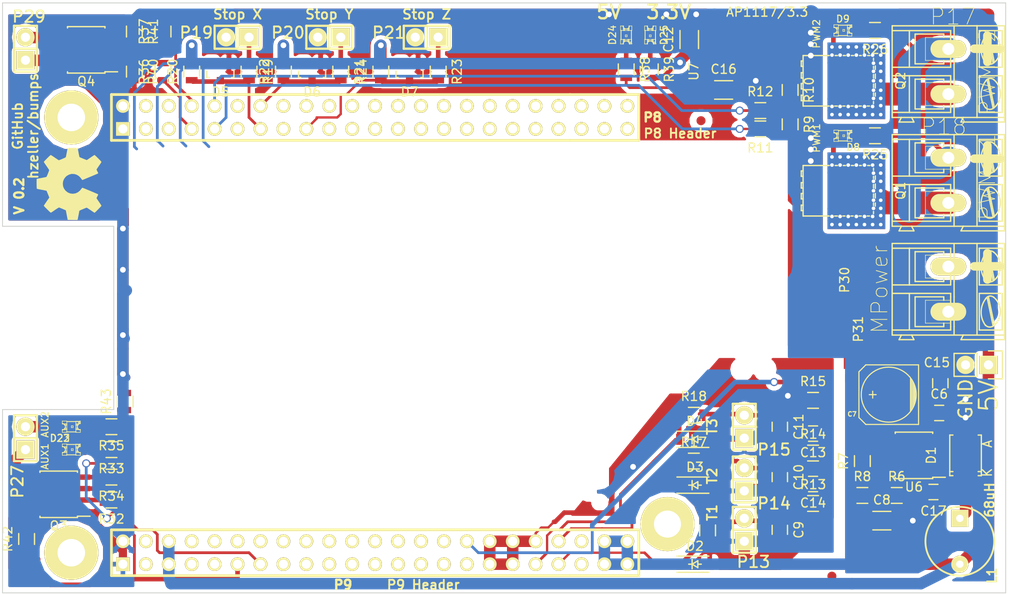
<source format=kicad_pcb>
(kicad_pcb (version 4) (host pcbnew "(2015-12-09 BZR 6363, Git e872585)-product")
  (title_block (title Bumps) (rev 0.2) (company "Henner Zeller <h.zeller@acm.org>") (comment 1 "License: CC-BY-SA") (comment 2 github.com/hzeller/bumps) (comment 3 "Bumps - a BeagleBone Black cape for BeagleG"))
  (layers (0 F.Cu mixed) (31 B.Cu mixed) (34 B.Paste user) (35 F.Paste user) (36 B.SilkS user) (37 F.SilkS user) (38 B.Mask user) (39 F.Mask user) (44 Edge.Cuts user))
  (net 0 "")
  (net 1 AGND)
  (net 2 AUX_1)
  (net 3 AUX_2)
  (net 4 DIR_A)
  (net 5 DIR_E)
  (net 6 DIR_X)
  (net 7 DIR_Y)
  (net 8 DIR_Z)
  (net 9 END_X)
  (net 10 END_Y)
  (net 11 END_Z)
  (net 12 GND)
  (net 13 "Net-(C10-Pad1)")
  (net 14 "Net-(C11-Pad1)")
  (net 15 "Net-(C6-Pad1)")
  (net 16 "Net-(C9-Pad1)")
  (net 17 "Net-(P19-Pad1)")
  (net 18 "Net-(P20-Pad1)")
  (net 19 "Net-(P21-Pad1)")
  (net 20 "Net-(P27-Pad1)")
  (net 21 "Net-(P27-Pad2)")
  (net 22 "Net-(P29-Pad1)")
  (net 23 "Net-(P29-Pad2)")
  (net 24 "Net-(Q3-Pad2)")
  (net 25 "Net-(Q3-Pad4)")
  (net 26 "Net-(Q4-Pad2)")
  (net 27 "Net-(Q4-Pad4)")
  (net 28 "Net-(R6-Pad1)")
  (net 29 "Net-(R7-Pad1)")
  (net 30 PWM_1)
  (net 31 PWM_2)
  (net 32 PWM_3)
  (net 33 PWM_4)
  (net 34 STEP_A)
  (net 35 STEP_E)
  (net 36 STEP_X)
  (net 37 STEP_Y)
  (net 38 STEP_Z)
  (net 39 TEMP_1)
  (net 40 TEMP_2)
  (net 41 TEMP_3)
  (net 42 VDD_3V3)
  (net 43 VDD_5V)
  (net 44 VDD_ADC)
  (net 45 VMOT)
  (net 46 ~EN)
  (net 47 "Net-(P16-Pad1)")
  (net 48 "Net-(D1-Pad1)")
  (net 49 "Net-(D9-Pad2)")
  (net 50 "Net-(D22-Pad2)")
  (net 51 "Net-(D23-Pad2)")
  (net 52 "Net-(D24-Pad2)")
  (net 53 "Net-(D25-Pad2)")
  (net 54 "Net-(D8-Pad2)")
  (net 55 "Net-(D8-Pad1)")
  (net 56 "Net-(Q1-Pad4)")
  (net 57 "Net-(D9-Pad1)")
  (net 58 "Net-(Q2-Pad4)")
  (module Capacitors_SMD:c_elec_6.3x7.7 (layer F.Cu) (at 145.796 71.374 180)
    (fp_text reference C7 (at 4.064 -2.159 180) (layer F.SilkS) (effects (font (size 0.50038 0.50038) (thickness 0.11938))))
    (fp_text value 100u hide)
    (pad 1 smd rect (at 2.75082 0 180) (size 3.59918 1.6002) (layers F.Cu F.Paste F.Mask) (net 45 VMOT))
    (pad 2 smd rect (at -2.75082 0 180) (size 3.59918 1.6002) (layers F.Cu F.Paste F.Mask) (net 12 GND))
  )
  (module Inductors:INDUCTOR_V (layer F.Cu) (at 153.67 87.63 270)
    (fp_text reference L1 (at 3.81 -3.556 270) (layer F.SilkS) (effects (font (size 1.00076 1.00076) (thickness 0.2032))))
    (fp_text value 68uH (at -4.572 -3.302 270) (layer F.SilkS) (effects (font (size 1.00076 1.00076) (thickness 0.2032))))
    (pad 1 thru_hole rect (at -2.54 0 270) (size 1.905 1.905) (drill 0.8128) (layers *.Cu *.Mask F.SilkS) (net 48 "Net-(D1-Pad1)"))
    (pad 2 thru_hole circle (at 2.54 0 270) (size 1.905 1.905) (drill 0.8128) (layers *.Cu *.Mask F.SilkS) (net 43 VDD_5V))
  )
  (module bumps:PIN_ARRAY_23X2 (layer F.Cu) (at 88.9 39.37)
    (fp_text reference P8 (at 30.734 1.27) (layer F.SilkS) (effects (font (size 1.016 1.016) (thickness 0.27432))))
    (fp_text value "P8 Header" (at 33.782 3.048) (layer F.SilkS) (effects (font (size 1.016 1.016) (thickness 0.2032))))
    (pad 1 thru_hole rect (at -27.94 2.54) (size 1.524 1.524) (drill 1.016) (layers *.Cu *.Mask F.SilkS) (net 12 GND))
    (pad 2 thru_hole circle (at -27.94 0) (size 1.524 1.524) (drill 1.016) (layers *.Cu *.Mask F.SilkS) (net 12 GND))
    (pad 11 thru_hole circle (at -15.24 2.54) (size 1.524 1.524) (drill 1.016) (layers *.Cu *.Mask F.SilkS) (net 7 DIR_Y))
    (pad 4 thru_hole circle (at -25.4 0) (size 1.524 1.524) (drill 1.016) (layers *.Cu *.Mask F.SilkS))
    (pad 13 thru_hole circle (at -12.7 2.54) (size 1.524 1.524) (drill 1.016) (layers *.Cu *.Mask F.SilkS) (net 9 END_X))
    (pad 6 thru_hole circle (at -22.86 0) (size 1.524 1.524) (drill 1.016) (layers *.Cu *.Mask F.SilkS))
    (pad 15 thru_hole circle (at -10.16 2.54) (size 1.524 1.524) (drill 1.016) (layers *.Cu *.Mask F.SilkS) (net 5 DIR_E))
    (pad 8 thru_hole circle (at -20.32 0) (size 1.524 1.524) (drill 1.016) (layers *.Cu *.Mask F.SilkS) (net 33 PWM_4))
    (pad 17 thru_hole circle (at -7.62 2.54) (size 1.524 1.524) (drill 1.016) (layers *.Cu *.Mask F.SilkS) (net 11 END_Z))
    (pad 10 thru_hole circle (at -17.78 0) (size 1.524 1.524) (drill 1.016) (layers *.Cu *.Mask F.SilkS) (net 31 PWM_2))
    (pad 19 thru_hole circle (at -5.08 2.54) (size 1.524 1.524) (drill 1.016) (layers *.Cu *.Mask F.SilkS))
    (pad 12 thru_hole circle (at -15.24 0) (size 1.524 1.524) (drill 1.016) (layers *.Cu *.Mask F.SilkS) (net 6 DIR_X))
    (pad 21 thru_hole circle (at -2.54 2.54) (size 1.524 1.524) (drill 1.016) (layers *.Cu *.Mask F.SilkS))
    (pad 14 thru_hole circle (at -12.7 0) (size 1.524 1.524) (drill 1.016) (layers *.Cu *.Mask F.SilkS) (net 10 END_Y))
    (pad 23 thru_hole circle (at 0 2.54) (size 1.524 1.524) (drill 1.016) (layers *.Cu *.Mask F.SilkS))
    (pad 16 thru_hole circle (at -10.16 0) (size 1.524 1.524) (drill 1.016) (layers *.Cu *.Mask F.SilkS) (net 8 DIR_Z))
    (pad 25 thru_hole circle (at 2.54 2.54) (size 1.524 1.524) (drill 1.016) (layers *.Cu *.Mask F.SilkS))
    (pad 18 thru_hole circle (at -7.62 0) (size 1.524 1.524) (drill 1.016) (layers *.Cu *.Mask F.SilkS))
    (pad 27 thru_hole circle (at 5.08 2.54) (size 1.524 1.524) (drill 1.016) (layers *.Cu *.Mask F.SilkS))
    (pad 20 thru_hole circle (at -5.08 0) (size 1.524 1.524) (drill 1.016) (layers *.Cu *.Mask F.SilkS))
    (pad 29 thru_hole circle (at 7.62 2.54) (size 1.524 1.524) (drill 1.016) (layers *.Cu *.Mask F.SilkS))
    (pad 22 thru_hole circle (at -2.54 0) (size 1.524 1.524) (drill 1.016) (layers *.Cu *.Mask F.SilkS))
    (pad 31 thru_hole circle (at 10.16 2.54) (size 1.524 1.524) (drill 1.016) (layers *.Cu *.Mask F.SilkS))
    (pad 24 thru_hole circle (at 0 0) (size 1.524 1.524) (drill 1.016) (layers *.Cu *.Mask F.SilkS))
    (pad 26 thru_hole circle (at 2.54 0) (size 1.524 1.524) (drill 1.016) (layers *.Cu *.Mask F.SilkS))
    (pad 33 thru_hole circle (at 12.7 2.54) (size 1.524 1.524) (drill 1.016) (layers *.Cu *.Mask F.SilkS))
    (pad 28 thru_hole circle (at 5.08 0) (size 1.524 1.524) (drill 1.016) (layers *.Cu *.Mask F.SilkS))
    (pad 32 thru_hole circle (at 10.16 0) (size 1.524 1.524) (drill 1.016) (layers *.Cu *.Mask F.SilkS))
    (pad 34 thru_hole circle (at 12.7 0) (size 1.524 1.524) (drill 1.016) (layers *.Cu *.Mask F.SilkS))
    (pad 36 thru_hole circle (at 15.24 0) (size 1.524 1.524) (drill 1.016) (layers *.Cu *.Mask F.SilkS))
    (pad 38 thru_hole circle (at 17.78 0) (size 1.524 1.524) (drill 1.016) (layers *.Cu *.Mask F.SilkS))
    (pad 35 thru_hole circle (at 15.24 2.54) (size 1.524 1.524) (drill 1.016) (layers *.Cu *.Mask F.SilkS))
    (pad 37 thru_hole circle (at 17.78 2.54) (size 1.524 1.524) (drill 1.016) (layers *.Cu *.Mask F.SilkS))
    (pad 3 thru_hole circle (at -25.4 2.54) (size 1.524 1.524) (drill 1.016) (layers *.Cu *.Mask F.SilkS))
    (pad 5 thru_hole circle (at -22.86 2.54) (size 1.524 1.524) (drill 1.016) (layers *.Cu *.Mask F.SilkS))
    (pad 7 thru_hole circle (at -20.32 2.54) (size 1.524 1.524) (drill 1.016) (layers *.Cu *.Mask F.SilkS) (net 32 PWM_3))
    (pad 9 thru_hole circle (at -17.78 2.54) (size 1.524 1.524) (drill 1.016) (layers *.Cu *.Mask F.SilkS) (net 30 PWM_1))
    (pad 39 thru_hole circle (at 20.32 2.54) (size 1.524 1.524) (drill 1.016) (layers *.Cu *.Mask F.SilkS))
    (pad 40 thru_hole circle (at 20.32 0) (size 1.524 1.524) (drill 1.016) (layers *.Cu *.Mask F.SilkS))
    (pad 30 thru_hole circle (at 7.62 0) (size 1.524 1.524) (drill 1.016) (layers *.Cu *.Mask F.SilkS))
    (pad 41 thru_hole circle (at 22.86 2.54) (size 1.524 1.524) (drill 1.016) (layers *.Cu *.Mask F.SilkS))
    (pad 42 thru_hole circle (at 22.86 0) (size 1.524 1.524) (drill 1.016) (layers *.Cu *.Mask F.SilkS))
    (pad 43 thru_hole circle (at 25.4 2.54) (size 1.524 1.524) (drill 1.016) (layers *.Cu *.Mask F.SilkS))
    (pad 44 thru_hole circle (at 25.4 0) (size 1.524 1.524) (drill 1.016) (layers *.Cu *.Mask F.SilkS))
    (pad 45 thru_hole circle (at 27.94 2.54) (size 1.524 1.524) (drill 1.016) (layers *.Cu *.Mask F.SilkS))
    (pad 46 thru_hole circle (at 27.94 0) (size 1.524 1.524) (drill 1.016) (layers *.Cu *.Mask F.SilkS))
  )
  (module bumps:PIN_ARRAY_23X2 (layer F.Cu) (at 88.9 87.63)
    (fp_text reference P9 (at -3.556 4.826) (layer F.SilkS) (effects (font (size 1.016 1.016) (thickness 0.27432))))
    (fp_text value "P9 Header" (at 5.334 4.826) (layer F.SilkS) (effects (font (size 1.016 1.016) (thickness 0.2032))))
    (pad 1 thru_hole rect (at -27.94 2.54) (size 1.524 1.524) (drill 1.016) (layers *.Cu *.Mask F.SilkS) (net 12 GND))
    (pad 2 thru_hole circle (at -27.94 0) (size 1.524 1.524) (drill 1.016) (layers *.Cu *.Mask F.SilkS) (net 12 GND))
    (pad 11 thru_hole circle (at -15.24 2.54) (size 1.524 1.524) (drill 1.016) (layers *.Cu *.Mask F.SilkS) (net 2 AUX_1))
    (pad 4 thru_hole circle (at -25.4 0) (size 1.524 1.524) (drill 1.016) (layers *.Cu *.Mask F.SilkS))
    (pad 13 thru_hole circle (at -12.7 2.54) (size 1.524 1.524) (drill 1.016) (layers *.Cu *.Mask F.SilkS) (net 3 AUX_2))
    (pad 6 thru_hole circle (at -22.86 0) (size 1.524 1.524) (drill 1.016) (layers *.Cu *.Mask F.SilkS) (net 43 VDD_5V))
    (pad 15 thru_hole circle (at -10.16 2.54) (size 1.524 1.524) (drill 1.016) (layers *.Cu *.Mask F.SilkS) (net 4 DIR_A))
    (pad 8 thru_hole circle (at -20.32 0) (size 1.524 1.524) (drill 1.016) (layers *.Cu *.Mask F.SilkS))
    (pad 17 thru_hole circle (at -7.62 2.54) (size 1.524 1.524) (drill 1.016) (layers *.Cu *.Mask F.SilkS) (net 35 STEP_E))
    (pad 10 thru_hole circle (at -17.78 0) (size 1.524 1.524) (drill 1.016) (layers *.Cu *.Mask F.SilkS))
    (pad 19 thru_hole circle (at -5.08 2.54) (size 1.524 1.524) (drill 1.016) (layers *.Cu *.Mask F.SilkS))
    (pad 12 thru_hole circle (at -15.24 0) (size 1.524 1.524) (drill 1.016) (layers *.Cu *.Mask F.SilkS) (net 46 ~EN))
    (pad 21 thru_hole circle (at -2.54 2.54) (size 1.524 1.524) (drill 1.016) (layers *.Cu *.Mask F.SilkS) (net 37 STEP_Y))
    (pad 14 thru_hole circle (at -12.7 0) (size 1.524 1.524) (drill 1.016) (layers *.Cu *.Mask F.SilkS))
    (pad 23 thru_hole circle (at 0 2.54) (size 1.524 1.524) (drill 1.016) (layers *.Cu *.Mask F.SilkS))
    (pad 16 thru_hole circle (at -10.16 0) (size 1.524 1.524) (drill 1.016) (layers *.Cu *.Mask F.SilkS))
    (pad 25 thru_hole circle (at 2.54 2.54) (size 1.524 1.524) (drill 1.016) (layers *.Cu *.Mask F.SilkS))
    (pad 18 thru_hole circle (at -7.62 0) (size 1.524 1.524) (drill 1.016) (layers *.Cu *.Mask F.SilkS) (net 38 STEP_Z))
    (pad 27 thru_hole circle (at 5.08 2.54) (size 1.524 1.524) (drill 1.016) (layers *.Cu *.Mask F.SilkS))
    (pad 20 thru_hole circle (at -5.08 0) (size 1.524 1.524) (drill 1.016) (layers *.Cu *.Mask F.SilkS))
    (pad 29 thru_hole circle (at 7.62 2.54) (size 1.524 1.524) (drill 1.016) (layers *.Cu *.Mask F.SilkS))
    (pad 22 thru_hole circle (at -2.54 0) (size 1.524 1.524) (drill 1.016) (layers *.Cu *.Mask F.SilkS) (net 36 STEP_X))
    (pad 31 thru_hole circle (at 10.16 2.54) (size 1.524 1.524) (drill 1.016) (layers *.Cu *.Mask F.SilkS))
    (pad 24 thru_hole circle (at 0 0) (size 1.524 1.524) (drill 1.016) (layers *.Cu *.Mask F.SilkS))
    (pad 26 thru_hole circle (at 2.54 0) (size 1.524 1.524) (drill 1.016) (layers *.Cu *.Mask F.SilkS))
    (pad 33 thru_hole circle (at 12.7 2.54) (size 1.524 1.524) (drill 1.016) (layers *.Cu *.Mask F.SilkS) (net 1 AGND))
    (pad 28 thru_hole circle (at 5.08 0) (size 1.524 1.524) (drill 1.016) (layers *.Cu *.Mask F.SilkS))
    (pad 32 thru_hole circle (at 10.16 0) (size 1.524 1.524) (drill 1.016) (layers *.Cu *.Mask F.SilkS) (net 44 VDD_ADC))
    (pad 34 thru_hole circle (at 12.7 0) (size 1.524 1.524) (drill 1.016) (layers *.Cu *.Mask F.SilkS) (net 1 AGND))
    (pad 36 thru_hole circle (at 15.24 0) (size 1.524 1.524) (drill 1.016) (layers *.Cu *.Mask F.SilkS) (net 1 AGND))
    (pad 38 thru_hole circle (at 17.78 0) (size 1.524 1.524) (drill 1.016) (layers *.Cu *.Mask F.SilkS) (net 1 AGND))
    (pad 35 thru_hole circle (at 15.24 2.54) (size 1.524 1.524) (drill 1.016) (layers *.Cu *.Mask F.SilkS) (net 1 AGND))
    (pad 37 thru_hole circle (at 17.78 2.54) (size 1.524 1.524) (drill 1.016) (layers *.Cu *.Mask F.SilkS) (net 41 TEMP_3))
    (pad 3 thru_hole circle (at -25.4 2.54) (size 1.524 1.524) (drill 1.016) (layers *.Cu *.Mask F.SilkS))
    (pad 5 thru_hole circle (at -22.86 2.54) (size 1.524 1.524) (drill 1.016) (layers *.Cu *.Mask F.SilkS) (net 43 VDD_5V))
    (pad 7 thru_hole circle (at -20.32 2.54) (size 1.524 1.524) (drill 1.016) (layers *.Cu *.Mask F.SilkS))
    (pad 9 thru_hole circle (at -17.78 2.54) (size 1.524 1.524) (drill 1.016) (layers *.Cu *.Mask F.SilkS))
    (pad 39 thru_hole circle (at 20.32 2.54) (size 1.524 1.524) (drill 1.016) (layers *.Cu *.Mask F.SilkS) (net 39 TEMP_1))
    (pad 40 thru_hole circle (at 20.32 0) (size 1.524 1.524) (drill 1.016) (layers *.Cu *.Mask F.SilkS) (net 40 TEMP_2))
    (pad 30 thru_hole circle (at 7.62 0) (size 1.524 1.524) (drill 1.016) (layers *.Cu *.Mask F.SilkS))
    (pad 41 thru_hole circle (at 22.86 2.54) (size 1.524 1.524) (drill 1.016) (layers *.Cu *.Mask F.SilkS))
    (pad 42 thru_hole circle (at 22.86 0) (size 1.524 1.524) (drill 1.016) (layers *.Cu *.Mask F.SilkS) (net 34 STEP_A))
    (pad 43 thru_hole circle (at 25.4 2.54) (size 1.524 1.524) (drill 1.016) (layers *.Cu *.Mask F.SilkS) (net 12 GND))
    (pad 44 thru_hole circle (at 25.4 0) (size 1.524 1.524) (drill 1.016) (layers *.Cu *.Mask F.SilkS) (net 12 GND))
    (pad 45 thru_hole circle (at 27.94 2.54) (size 1.524 1.524) (drill 1.016) (layers *.Cu *.Mask F.SilkS) (net 12 GND))
    (pad 46 thru_hole circle (at 27.94 0) (size 1.524 1.524) (drill 1.016) (layers *.Cu *.Mask F.SilkS) (net 12 GND))
  )
  (module Pin_Headers:Pin_Header_Straight_1x02 (layer F.Cu) (at 129.794 86.36 90)
    (fp_text reference P13 (at -3.556 1.016 180) (layer F.SilkS) (effects (font (size 1.27 1.27) (thickness 0.2032))))
    (fp_text value T1 hide)
    (pad 1 thru_hole rect (at -1.27 0 90) (size 2.032 2.032) (drill 1.016) (layers *.Cu *.Mask F.SilkS) (net 1 AGND))
    (pad 2 thru_hole oval (at 1.27 0 90) (size 2.032 2.032) (drill 1.016) (layers *.Cu *.Mask F.SilkS) (net 16 "Net-(C9-Pad1)"))
  )
  (module Pin_Headers:Pin_Header_Straight_1x02 (layer F.Cu) (at 129.794 80.772 90)
    (fp_text reference P14 (at -2.667 3.302 180) (layer F.SilkS) (effects (font (size 1.27 1.27) (thickness 0.2032))))
    (fp_text value T2 hide)
    (pad 1 thru_hole rect (at -1.27 0 90) (size 2.032 2.032) (drill 1.016) (layers *.Cu *.Mask F.SilkS) (net 1 AGND))
    (pad 2 thru_hole oval (at 1.27 0 90) (size 2.032 2.032) (drill 1.016) (layers *.Cu *.Mask F.SilkS) (net 13 "Net-(C10-Pad1)"))
  )
  (module Pin_Headers:Pin_Header_Straight_1x02 (layer F.Cu) (at 129.794 74.93 90)
    (fp_text reference P15 (at -2.54 3.302 180) (layer F.SilkS) (effects (font (size 1.27 1.27) (thickness 0.2032))))
    (fp_text value T3 hide)
    (pad 1 thru_hole rect (at -1.27 0 90) (size 2.032 2.032) (drill 1.016) (layers *.Cu *.Mask F.SilkS) (net 1 AGND))
    (pad 2 thru_hole oval (at 1.27 0 90) (size 2.032 2.032) (drill 1.016) (layers *.Cu *.Mask F.SilkS) (net 14 "Net-(C11-Pad1)"))
  )
  (module Connect:AK300-2 (layer F.Cu) (at 152.4 59.69 270)
    (fp_text reference P16 hide)
    (fp_text value MPower (at 0 7.62 270) (layer F.SilkS) (effects (font (size 1.778 1.778) (thickness 0.0889))))
    (pad 1 thru_hole oval (at -2.5146 0 270) (size 1.9812 3.9624) (drill 1.3208) (layers *.Cu *.Mask F.SilkS) (net 47 "Net-(P16-Pad1)"))
    (pad 2 thru_hole oval (at 2.4892 0 270) (size 1.9812 3.9624) (drill 1.3208) (layers *.Cu *.Mask F.SilkS) (net 12 GND))
  )
  (module Connect:AK300-2 (layer F.Cu) (at 152.4 47.625 270)
    (fp_text reference P18 (at -5.969 0.508 360) (layer F.SilkS) (effects (font (size 1.778 1.778) (thickness 0.0889))))
    (fp_text value PWM-1 (at -0.381 -4.318 270) (layer F.SilkS) (effects (font (size 1.778 1.778) (thickness 0.0889))))
    (pad 1 thru_hole oval (at -2.5146 0 270) (size 1.9812 3.9624) (drill 1.3208) (layers *.Cu *.Mask F.SilkS) (net 45 VMOT))
    (pad 2 thru_hole oval (at 2.4892 0 270) (size 1.9812 3.9624) (drill 1.3208) (layers *.Cu *.Mask F.SilkS) (net 55 "Net-(D8-Pad1)"))
  )
  (module Pin_Headers:Pin_Header_Straight_1x02 (layer F.Cu) (at 83.82 31.75 180)
    (fp_text reference P20 (at 4.572 0.508 180) (layer F.SilkS) (effects (font (size 1.27 1.27) (thickness 0.2032))))
    (fp_text value END-Y hide)
    (pad 1 thru_hole rect (at -1.27 0 180) (size 2.032 2.032) (drill 1.016) (layers *.Cu *.Mask F.SilkS) (net 18 "Net-(P20-Pad1)"))
    (pad 2 thru_hole oval (at 1.27 0 180) (size 2.032 2.032) (drill 1.016) (layers *.Cu *.Mask F.SilkS) (net 12 GND))
  )
  (module Pin_Headers:Pin_Header_Straight_1x02 (layer F.Cu) (at 94.615 31.75 180)
    (fp_text reference P21 (at 4.191 0.508 180) (layer F.SilkS) (effects (font (size 1.27 1.27) (thickness 0.2032))))
    (fp_text value END-Z hide)
    (pad 1 thru_hole rect (at -1.27 0 180) (size 2.032 2.032) (drill 1.016) (layers *.Cu *.Mask F.SilkS) (net 19 "Net-(P21-Pad1)"))
    (pad 2 thru_hole oval (at 1.27 0 180) (size 2.032 2.032) (drill 1.016) (layers *.Cu *.Mask F.SilkS) (net 12 GND))
  )
  (module bumps:SOT-223-3 (layer F.Cu) (at 129.286 33.02 270)
    (fp_text reference U7 (at 2.54 5.08 270) (layer F.SilkS))
    (fp_text value AP1117/3.3 (at -4.064 -3.048 540) (layer F.SilkS))
    (pad 2 smd rect (at 0 3.1 270) (size 1.2 1.4) (layers F.Cu F.Paste F.Mask) (net 42 VDD_3V3))
    (pad 3 smd rect (at 2.3 3.1 270) (size 1.2 1.4) (layers F.Cu F.Paste F.Mask) (net 43 VDD_5V))
    (pad 1 smd rect (at -2.3 3.1 270) (size 1.2 1.4) (layers F.Cu F.Paste F.Mask) (net 12 GND))
    (pad "" smd rect (at 0 -4.1 270) (size 5 3.4) (layers F.Cu F.Paste F.Mask))
  )
  (module Connect:AK300-2 (layer F.Cu) (at 152.4 35.56 270)
    (fp_text reference P17 (at -6.096 -0.508 360) (layer F.SilkS) (effects (font (size 1.778 1.778) (thickness 0.0889))))
    (fp_text value PWM-2 (at 0 -4.318 270) (layer F.SilkS) (effects (font (size 1.778 1.778) (thickness 0.0889))))
    (pad 1 thru_hole oval (at -2.5146 0 270) (size 1.9812 3.9624) (drill 1.3208) (layers *.Cu *.Mask F.SilkS) (net 45 VMOT))
    (pad 2 thru_hole oval (at 2.4892 0 270) (size 1.9812 3.9624) (drill 1.3208) (layers *.Cu *.Mask F.SilkS) (net 57 "Net-(D9-Pad1)"))
  )
  (module Pin_Headers:Pin_Header_Straight_1x02 (layer F.Cu) (at 73.66 31.75 180)
    (fp_text reference P19 (at 4.572 0.508 180) (layer F.SilkS) (effects (font (size 1.27 1.27) (thickness 0.2032))))
    (fp_text value END-X hide)
    (pad 1 thru_hole rect (at -1.27 0 180) (size 2.032 2.032) (drill 1.016) (layers *.Cu *.Mask F.SilkS) (net 17 "Net-(P19-Pad1)"))
    (pad 2 thru_hole oval (at 1.27 0 180) (size 2.032 2.032) (drill 1.016) (layers *.Cu *.Mask F.SilkS) (net 12 GND))
  )
  (module LEDs:LED-0805 (layer F.Cu) (at 140.716 42.672)
    (fp_text reference D8 (at 1.143 1.27) (layer F.SilkS) (effects (font (size 0.762 0.762) (thickness 0.127))))
    (fp_text value PWM1 (at -2.921 0.254 90) (layer F.SilkS) (effects (font (size 0.762 0.762) (thickness 0.127))))
    (pad 1 smd rect (at -1.04902 0) (size 1.19888 1.19888) (layers F.Cu F.Paste F.Mask) (net 55 "Net-(D8-Pad1)"))
    (pad 2 smd rect (at 1.04902 0) (size 1.19888 1.19888) (layers F.Cu F.Paste F.Mask) (net 54 "Net-(D8-Pad2)"))
  )
  (module LEDs:LED-0805 (layer F.Cu) (at 140.716 30.988)
    (fp_text reference D9 (at 0 -1.27) (layer F.SilkS) (effects (font (size 0.762 0.762) (thickness 0.127))))
    (fp_text value PWM2 (at -2.921 0.381 90) (layer F.SilkS) (effects (font (size 0.762 0.762) (thickness 0.127))))
    (pad 1 smd rect (at -1.04902 0) (size 1.19888 1.19888) (layers F.Cu F.Paste F.Mask) (net 57 "Net-(D9-Pad1)"))
    (pad 2 smd rect (at 1.04902 0) (size 1.19888 1.19888) (layers F.Cu F.Paste F.Mask) (net 49 "Net-(D9-Pad2)"))
  )
  (module Connect:1pin (layer F.Cu) (at 121.285 85.725)
    (fp_text reference M1 hide)
    (fp_text value CONN_1 hide)
    (pad 1 thru_hole circle (at 0 0) (size 6 6) (drill 3) (layers *.Cu *.Mask F.SilkS))
  )
  (module Connect:1pin (layer F.Cu) (at 55.245 40.64)
    (fp_text reference M2 hide)
    (fp_text value CONN_1 hide)
    (pad 1 thru_hole circle (at 0 0) (size 6 6) (drill 3.048) (layers *.Cu *.Mask F.SilkS))
  )
  (module Connect:1pin (layer F.Cu) (at 55.245 88.9)
    (fp_text reference M3 hide)
    (fp_text value CONN_1 hide)
    (pad 1 thru_hole circle (at 0 0) (size 6 6) (drill 3.048) (layers *.Cu *.Mask F.SilkS))
  )
  (module LEDs:LED-0805 (layer F.Cu) (at 55.245 77.47)
    (fp_text reference D22 (at -1.27 -1.27) (layer F.SilkS) (effects (font (size 0.762 0.762) (thickness 0.127))))
    (fp_text value AUX1 (at -2.921 0.762 90) (layer F.SilkS) (effects (font (size 0.762 0.762) (thickness 0.127))))
    (pad 1 smd rect (at -1.04902 0) (size 1.19888 1.19888) (layers F.Cu F.Paste F.Mask) (net 12 GND))
    (pad 2 smd rect (at 1.04902 0) (size 1.19888 1.19888) (layers F.Cu F.Paste F.Mask) (net 50 "Net-(D22-Pad2)"))
  )
  (module LEDs:LED-0805 (layer F.Cu) (at 55.245 74.93)
    (fp_text reference D23 (at -1.27 1.27) (layer F.SilkS) (effects (font (size 0.762 0.762) (thickness 0.127))))
    (fp_text value AUX2 (at -2.921 -0.254 90) (layer F.SilkS) (effects (font (size 0.762 0.762) (thickness 0.127))))
    (pad 1 smd rect (at -1.04902 0) (size 1.19888 1.19888) (layers F.Cu F.Paste F.Mask) (net 12 GND))
    (pad 2 smd rect (at 1.04902 0) (size 1.19888 1.19888) (layers F.Cu F.Paste F.Mask) (net 51 "Net-(D23-Pad2)"))
  )
  (module Pin_Headers:Pin_Header_Straight_1x02 (layer F.Cu) (at 50.165 76.2 90)
    (fp_text reference P27 (at -4.826 -0.889 90) (layer F.SilkS) (effects (font (size 1.27 1.27) (thickness 0.2032))))
    (fp_text value Aux hide)
    (pad 1 thru_hole rect (at -1.27 0 90) (size 2.032 2.032) (drill 1.016) (layers *.Cu *.Mask F.SilkS) (net 20 "Net-(P27-Pad1)"))
    (pad 2 thru_hole oval (at 1.27 0 90) (size 2.032 2.032) (drill 1.016) (layers *.Cu *.Mask F.SilkS) (net 21 "Net-(P27-Pad2)"))
  )
  (module Pin_Headers:Pin_Header_Straight_1x02 (layer F.Cu) (at 50.165 33.02 90)
    (fp_text reference P29 (at 3.556 0.381 180) (layer F.SilkS) (effects (font (size 1.27 1.27) (thickness 0.2032))))
    (fp_text value PWM hide)
    (pad 1 thru_hole rect (at -1.27 0 90) (size 2.032 2.032) (drill 1.016) (layers *.Cu *.Mask F.SilkS) (net 22 "Net-(P29-Pad1)"))
    (pad 2 thru_hole oval (at 1.27 0 90) (size 2.032 2.032) (drill 1.016) (layers *.Cu *.Mask F.SilkS) (net 23 "Net-(P29-Pad2)"))
  )
  (module LEDs:LED-0805 (layer F.Cu) (at 116.713 31.496 270)
    (fp_text reference D24 (at 0 1.524 270) (layer F.SilkS) (effects (font (size 0.762 0.762) (thickness 0.127))))
    (fp_text value 5V (at -2.54 1.905 360) (layer F.SilkS) (effects (font (thickness 0.254))))
    (pad 1 smd rect (at -1.04902 0 270) (size 1.19888 1.19888) (layers F.Cu F.Paste F.Mask) (net 12 GND))
    (pad 2 smd rect (at 1.04902 0 270) (size 1.19888 1.19888) (layers F.Cu F.Paste F.Mask) (net 52 "Net-(D24-Pad2)"))
  )
  (module LEDs:LED-0805 (layer F.Cu) (at 119.38 31.496 270)
    (fp_text reference D25 (at 0 -1.524 270) (layer F.SilkS) (effects (font (size 0.762 0.762) (thickness 0.127))))
    (fp_text value 3.3V (at -2.54 -2.032 360) (layer F.SilkS) (effects (font (thickness 0.254))))
    (pad 1 smd rect (at -1.04902 0 270) (size 1.19888 1.19888) (layers F.Cu F.Paste F.Mask) (net 12 GND))
    (pad 2 smd rect (at 1.04902 0 270) (size 1.19888 1.19888) (layers F.Cu F.Paste F.Mask) (net 53 "Net-(D25-Pad2)"))
  )
  (module Capacitors_SMD:C_0805 (layer F.Cu) (at 133.731 86.36 270)
    (fp_text reference C9 (at 0 -2.1 270) (layer F.SilkS))
    (fp_text value 10u)
    (pad 1 smd rect (at -1 0 270) (size 1 1.25) (layers F.Cu F.Paste F.Mask) (net 16 "Net-(C9-Pad1)"))
    (pad 2 smd rect (at 1 0 270) (size 1 1.25) (layers F.Cu F.Paste F.Mask) (net 1 AGND))
  )
  (module Capacitors_SMD:C_0805 (layer F.Cu) (at 133.731 80.518 270)
    (fp_text reference C10 (at 0 -2.1 270) (layer F.SilkS))
    (fp_text value 10u)
    (pad 1 smd rect (at -1 0 270) (size 1 1.25) (layers F.Cu F.Paste F.Mask) (net 13 "Net-(C10-Pad1)"))
    (pad 2 smd rect (at 1 0 270) (size 1 1.25) (layers F.Cu F.Paste F.Mask) (net 1 AGND))
  )
  (module Capacitors_SMD:C_0805 (layer F.Cu) (at 133.731 74.93 270)
    (fp_text reference C11 (at 0 -2.1 270) (layer F.SilkS))
    (fp_text value 10u)
    (pad 1 smd rect (at -1 0 270) (size 1 1.25) (layers F.Cu F.Paste F.Mask) (net 14 "Net-(C11-Pad1)"))
    (pad 2 smd rect (at 1 0 270) (size 1 1.25) (layers F.Cu F.Paste F.Mask) (net 1 AGND))
  )
  (module Capacitors_SMD:C_0805 (layer F.Cu) (at 137.414 81.28 180)
    (fp_text reference C14 (at 0 -2.1 180) (layer F.SilkS))
    (fp_text value 10u)
    (pad 1 smd rect (at -1 0 180) (size 1 1.25) (layers F.Cu F.Paste F.Mask) (net 44 VDD_ADC))
    (pad 2 smd rect (at 1 0 180) (size 1 1.25) (layers F.Cu F.Paste F.Mask) (net 1 AGND))
  )
  (module bumps:FuseBlade (layer F.Cu) (at 141.667 57.381 270)
    (fp_text reference P30 (at 1.27 0.762 270) (layer F.SilkS))
    (fp_text value CONN_01X01 hide)
    (pad 1 smd rect (at 0 2.45 270) (size 2.66 1.7) (layers F.Cu F.Paste F.Mask) (net 47 "Net-(P16-Pad1)"))
    (pad 1 smd rect (at 0 -2.45 270) (size 2.66 1.7) (layers F.Cu F.Paste F.Mask) (net 47 "Net-(P16-Pad1)"))
    (pad 1 smd rect (at -2.14 0 270) (size 2 1.7) (layers F.Cu F.Paste F.Mask) (net 47 "Net-(P16-Pad1)"))
  )
  (module bumps:FuseBlade (layer F.Cu) (at 141.667 65.381 90)
    (fp_text reference P31 (at 1.27 0.762 90) (layer F.SilkS))
    (fp_text value CONN_01X01)
    (pad 1 smd rect (at 0 2.45 90) (size 2.66 1.7) (layers F.Cu F.Paste F.Mask) (net 45 VMOT))
    (pad 1 smd rect (at 0 -2.45 90) (size 2.66 1.7) (layers F.Cu F.Paste F.Mask) (net 45 VMOT))
    (pad 1 smd rect (at -2.14 0 90) (size 2 1.7) (layers F.Cu F.Paste F.Mask) (net 45 VMOT))
  )
  (module Resistors_SMD:R_0805 (layer F.Cu) (at 146.685 82.55)
    (fp_text reference R6 (at 0 -2.1) (layer F.SilkS))
    (fp_text value 1k)
    (pad 1 smd rect (at -0.95 0) (size 0.7 1.3) (layers F.Cu F.Paste F.Mask) (net 28 "Net-(R6-Pad1)"))
    (pad 2 smd rect (at 0.95 0) (size 0.7 1.3) (layers F.Cu F.Paste F.Mask) (net 12 GND))
  )
  (module Resistors_SMD:R_0805 (layer F.Cu) (at 142.875 78.74 90)
    (fp_text reference R7 (at 0 -2.1 90) (layer F.SilkS))
    (fp_text value 0R3)
    (pad 1 smd rect (at -0.95 0 90) (size 0.7 1.3) (layers F.Cu F.Paste F.Mask) (net 29 "Net-(R7-Pad1)"))
    (pad 2 smd rect (at 0.95 0 90) (size 0.7 1.3) (layers F.Cu F.Paste F.Mask) (net 45 VMOT))
  )
  (module Resistors_SMD:R_0805 (layer F.Cu) (at 142.875 82.55)
    (fp_text reference R8 (at 0 -2.1) (layer F.SilkS))
    (fp_text value 3k)
    (pad 1 smd rect (at -0.95 0) (size 0.7 1.3) (layers F.Cu F.Paste F.Mask) (net 43 VDD_5V))
    (pad 2 smd rect (at 0.95 0) (size 0.7 1.3) (layers F.Cu F.Paste F.Mask) (net 28 "Net-(R6-Pad1)"))
  )
  (module Resistors_SMD:R_0805 (layer F.Cu) (at 134.874 41.402 270)
    (fp_text reference R9 (at 0 -2.1 270) (layer F.SilkS))
    (fp_text value 100k)
    (pad 1 smd rect (at -0.95 0 270) (size 0.7 1.3) (layers F.Cu F.Paste F.Mask) (net 12 GND))
    (pad 2 smd rect (at 0.95 0 270) (size 0.7 1.3) (layers F.Cu F.Paste F.Mask) (net 56 "Net-(Q1-Pad4)"))
  )
  (module Resistors_SMD:R_0805 (layer F.Cu) (at 134.874 37.592 270)
    (fp_text reference R10 (at 0 -2.1 270) (layer F.SilkS))
    (fp_text value 100k)
    (pad 1 smd rect (at -0.95 0 270) (size 0.7 1.3) (layers F.Cu F.Paste F.Mask) (net 12 GND))
    (pad 2 smd rect (at 0.95 0 270) (size 0.7 1.3) (layers F.Cu F.Paste F.Mask) (net 58 "Net-(Q2-Pad4)"))
  )
  (module Resistors_SMD:R_0805 (layer F.Cu) (at 131.572 41.91 180)
    (fp_text reference R11 (at 0 -2.1 180) (layer F.SilkS))
    (fp_text value 68)
    (pad 1 smd rect (at -0.95 0 180) (size 0.7 1.3) (layers F.Cu F.Paste F.Mask) (net 56 "Net-(Q1-Pad4)"))
    (pad 2 smd rect (at 0.95 0 180) (size 0.7 1.3) (layers F.Cu F.Paste F.Mask) (net 30 PWM_1))
  )
  (module Resistors_SMD:R_0805 (layer F.Cu) (at 131.572 39.878)
    (fp_text reference R12 (at 0 -2.1) (layer F.SilkS))
    (fp_text value 68)
    (pad 1 smd rect (at -0.95 0) (size 0.7 1.3) (layers F.Cu F.Paste F.Mask) (net 31 PWM_2))
    (pad 2 smd rect (at 0.95 0) (size 0.7 1.3) (layers F.Cu F.Paste F.Mask) (net 58 "Net-(Q2-Pad4)"))
  )
  (module Resistors_SMD:R_0805 (layer F.Cu) (at 137.414 83.439)
    (fp_text reference R13 (at 0 -2.1) (layer F.SilkS))
    (fp_text value 4k7)
    (pad 1 smd rect (at -0.95 0) (size 0.7 1.3) (layers F.Cu F.Paste F.Mask) (net 16 "Net-(C9-Pad1)"))
    (pad 2 smd rect (at 0.95 0) (size 0.7 1.3) (layers F.Cu F.Paste F.Mask) (net 44 VDD_ADC))
  )
  (module Resistors_SMD:R_0805 (layer F.Cu) (at 137.414 77.851)
    (fp_text reference R14 (at 0 -2.1) (layer F.SilkS))
    (fp_text value 4k7)
    (pad 1 smd rect (at -0.95 0) (size 0.7 1.3) (layers F.Cu F.Paste F.Mask) (net 13 "Net-(C10-Pad1)"))
    (pad 2 smd rect (at 0.95 0) (size 0.7 1.3) (layers F.Cu F.Paste F.Mask) (net 44 VDD_ADC))
  )
  (module Resistors_SMD:R_0805 (layer F.Cu) (at 137.414 72.009)
    (fp_text reference R15 (at 0 -2.1) (layer F.SilkS))
    (fp_text value 4k7)
    (pad 1 smd rect (at -0.95 0) (size 0.7 1.3) (layers F.Cu F.Paste F.Mask) (net 14 "Net-(C11-Pad1)"))
    (pad 2 smd rect (at 0.95 0) (size 0.7 1.3) (layers F.Cu F.Paste F.Mask) (net 44 VDD_ADC))
  )
  (module Resistors_SMD:R_0805 (layer F.Cu) (at 125.73 86.4235 90)
    (fp_text reference R16 (at 0 -2.1 90) (layer F.SilkS))
    (fp_text value 68)
    (pad 1 smd rect (at -0.95 0 90) (size 0.7 1.3) (layers F.Cu F.Paste F.Mask) (net 39 TEMP_1))
    (pad 2 smd rect (at 0.95 0 90) (size 0.7 1.3) (layers F.Cu F.Paste F.Mask) (net 16 "Net-(C9-Pad1)"))
  )
  (module Resistors_SMD:R_0805 (layer F.Cu) (at 124.206 78.74)
    (fp_text reference R17 (at 0 -2.1) (layer F.SilkS))
    (fp_text value 68)
    (pad 1 smd rect (at -0.95 0) (size 0.7 1.3) (layers F.Cu F.Paste F.Mask) (net 40 TEMP_2))
    (pad 2 smd rect (at 0.95 0) (size 0.7 1.3) (layers F.Cu F.Paste F.Mask) (net 13 "Net-(C10-Pad1)"))
  )
  (module Resistors_SMD:R_0805 (layer F.Cu) (at 124.206 73.66)
    (fp_text reference R18 (at 0 -2.1) (layer F.SilkS))
    (fp_text value 68)
    (pad 1 smd rect (at -0.95 0) (size 0.7 1.3) (layers F.Cu F.Paste F.Mask) (net 41 TEMP_3))
    (pad 2 smd rect (at 0.95 0) (size 0.7 1.3) (layers F.Cu F.Paste F.Mask) (net 14 "Net-(C11-Pad1)"))
  )
  (module Resistors_SMD:R_0805 (layer F.Cu) (at 74.93 35.56 270)
    (fp_text reference R19 (at 0 -2.1 270) (layer F.SilkS))
    (fp_text value 68)
    (pad 1 smd rect (at -0.95 0 270) (size 0.7 1.3) (layers F.Cu F.Paste F.Mask) (net 17 "Net-(P19-Pad1)"))
    (pad 2 smd rect (at 0.95 0 270) (size 0.7 1.3) (layers F.Cu F.Paste F.Mask) (net 9 END_X))
  )
  (module Resistors_SMD:R_0805 (layer F.Cu) (at 68.58 35.56 90)
    (fp_text reference R20 (at 0 -2.1 90) (layer F.SilkS))
    (fp_text value 4k7)
    (pad 1 smd rect (at -0.95 0 90) (size 0.7 1.3) (layers F.Cu F.Paste F.Mask) (net 9 END_X))
    (pad 2 smd rect (at 0.95 0 90) (size 0.7 1.3) (layers F.Cu F.Paste F.Mask) (net 42 VDD_3V3))
  )
  (module Resistors_SMD:R_0805 (layer F.Cu) (at 85.09 35.56 270)
    (fp_text reference R21 (at 0 -2.1 270) (layer F.SilkS))
    (fp_text value 68)
    (pad 1 smd rect (at -0.95 0 270) (size 0.7 1.3) (layers F.Cu F.Paste F.Mask) (net 18 "Net-(P20-Pad1)"))
    (pad 2 smd rect (at 0.95 0 270) (size 0.7 1.3) (layers F.Cu F.Paste F.Mask) (net 10 END_Y))
  )
  (module Resistors_SMD:R_0805 (layer F.Cu) (at 78.74 35.56 90)
    (fp_text reference R22 (at 0 -2.1 90) (layer F.SilkS))
    (fp_text value 4k7)
    (pad 1 smd rect (at -0.95 0 90) (size 0.7 1.3) (layers F.Cu F.Paste F.Mask) (net 10 END_Y))
    (pad 2 smd rect (at 0.95 0 90) (size 0.7 1.3) (layers F.Cu F.Paste F.Mask) (net 42 VDD_3V3))
  )
  (module Resistors_SMD:R_0805 (layer F.Cu) (at 95.885 35.56 270)
    (fp_text reference R23 (at 0 -2.1 270) (layer F.SilkS))
    (fp_text value 68)
    (pad 1 smd rect (at -0.95 0 270) (size 0.7 1.3) (layers F.Cu F.Paste F.Mask) (net 19 "Net-(P21-Pad1)"))
    (pad 2 smd rect (at 0.95 0 270) (size 0.7 1.3) (layers F.Cu F.Paste F.Mask) (net 11 END_Z))
  )
  (module Resistors_SMD:R_0805 (layer F.Cu) (at 89.535 35.56 90)
    (fp_text reference R24 (at 0 -2.1 90) (layer F.SilkS))
    (fp_text value 4k7)
    (pad 1 smd rect (at -0.95 0 90) (size 0.7 1.3) (layers F.Cu F.Paste F.Mask) (net 11 END_Z))
    (pad 2 smd rect (at 0.95 0 90) (size 0.7 1.3) (layers F.Cu F.Paste F.Mask) (net 42 VDD_3V3))
  )
  (module Resistors_SMD:R_0805 (layer F.Cu) (at 144.272 42.672 180)
    (fp_text reference R25 (at 0 -2.1 180) (layer F.SilkS))
    (fp_text value 2k2)
    (pad 1 smd rect (at -0.95 0 180) (size 0.7 1.3) (layers F.Cu F.Paste F.Mask) (net 45 VMOT))
    (pad 2 smd rect (at 0.95 0 180) (size 0.7 1.3) (layers F.Cu F.Paste F.Mask) (net 54 "Net-(D8-Pad2)"))
  )
  (module Resistors_SMD:R_0805 (layer F.Cu) (at 144.272 30.988 180)
    (fp_text reference R26 (at 0 -2.1 180) (layer F.SilkS))
    (fp_text value 2k2)
    (pad 1 smd rect (at -0.95 0 180) (size 0.7 1.3) (layers F.Cu F.Paste F.Mask) (net 45 VMOT))
    (pad 2 smd rect (at 0.95 0 180) (size 0.7 1.3) (layers F.Cu F.Paste F.Mask) (net 49 "Net-(D9-Pad2)"))
  )
  (module Resistors_SMD:R_0805 (layer F.Cu) (at 59.69 83.058 180)
    (fp_text reference R32 (at 0 -2.1 180) (layer F.SilkS))
    (fp_text value 68)
    (pad 1 smd rect (at -0.95 0 180) (size 0.7 1.3) (layers F.Cu F.Paste F.Mask) (net 2 AUX_1))
    (pad 2 smd rect (at 0.95 0 180) (size 0.7 1.3) (layers F.Cu F.Paste F.Mask) (net 24 "Net-(Q3-Pad2)"))
  )
  (module Resistors_SMD:R_0805 (layer F.Cu) (at 59.69 77.47 180)
    (fp_text reference R33 (at 0 -2.1 180) (layer F.SilkS))
    (fp_text value 1k)
    (pad 1 smd rect (at -0.95 0 180) (size 0.7 1.3) (layers F.Cu F.Paste F.Mask) (net 2 AUX_1))
    (pad 2 smd rect (at 0.95 0 180) (size 0.7 1.3) (layers F.Cu F.Paste F.Mask) (net 50 "Net-(D22-Pad2)"))
  )
  (module Resistors_SMD:R_0805 (layer F.Cu) (at 59.69 80.518 180)
    (fp_text reference R34 (at 0 -2.1 180) (layer F.SilkS))
    (fp_text value 68)
    (pad 1 smd rect (at -0.95 0 180) (size 0.7 1.3) (layers F.Cu F.Paste F.Mask) (net 3 AUX_2))
    (pad 2 smd rect (at 0.95 0 180) (size 0.7 1.3) (layers F.Cu F.Paste F.Mask) (net 25 "Net-(Q3-Pad4)"))
  )
  (module Resistors_SMD:R_0805 (layer F.Cu) (at 59.69 74.93 180)
    (fp_text reference R35 (at 0 -2.1 180) (layer F.SilkS))
    (fp_text value 1k)
    (pad 1 smd rect (at -0.95 0 180) (size 0.7 1.3) (layers F.Cu F.Paste F.Mask) (net 3 AUX_2))
    (pad 2 smd rect (at 0.95 0 180) (size 0.7 1.3) (layers F.Cu F.Paste F.Mask) (net 51 "Net-(D23-Pad2)"))
  )
  (module Resistors_SMD:R_0805 (layer F.Cu) (at 65.405 35.56 90)
    (fp_text reference R36 (at 0 -2.1 90) (layer F.SilkS))
    (fp_text value 68)
    (pad 1 smd rect (at -0.95 0 90) (size 0.7 1.3) (layers F.Cu F.Paste F.Mask) (net 32 PWM_3))
    (pad 2 smd rect (at 0.95 0 90) (size 0.7 1.3) (layers F.Cu F.Paste F.Mask) (net 26 "Net-(Q4-Pad2)"))
  )
  (module Resistors_SMD:R_0805 (layer F.Cu) (at 65.405 31.115 90)
    (fp_text reference R37 (at 0 -2.1 90) (layer F.SilkS))
    (fp_text value 68)
    (pad 1 smd rect (at -0.95 0 90) (size 0.7 1.3) (layers F.Cu F.Paste F.Mask) (net 33 PWM_4))
    (pad 2 smd rect (at 0.95 0 90) (size 0.7 1.3) (layers F.Cu F.Paste F.Mask) (net 27 "Net-(Q4-Pad4)"))
  )
  (module Resistors_SMD:R_0805 (layer F.Cu) (at 116.713 35.306 270)
    (fp_text reference R38 (at 0 -2.1 270) (layer F.SilkS))
    (fp_text value 1k)
    (pad 1 smd rect (at -0.95 0 270) (size 0.7 1.3) (layers F.Cu F.Paste F.Mask) (net 52 "Net-(D24-Pad2)"))
    (pad 2 smd rect (at 0.95 0 270) (size 0.7 1.3) (layers F.Cu F.Paste F.Mask) (net 43 VDD_5V))
  )
  (module Resistors_SMD:R_0805 (layer F.Cu) (at 119.38 35.306 270)
    (fp_text reference R39 (at 0 -2.1 270) (layer F.SilkS))
    (fp_text value 1k)
    (pad 1 smd rect (at -0.95 0 270) (size 0.7 1.3) (layers F.Cu F.Paste F.Mask) (net 53 "Net-(D25-Pad2)"))
    (pad 2 smd rect (at 0.95 0 270) (size 0.7 1.3) (layers F.Cu F.Paste F.Mask) (net 42 VDD_3V3))
  )
  (module Resistors_SMD:R_0805 (layer F.Cu) (at 62.23 35.56 270)
    (fp_text reference R40 (at 0 -2.1 270) (layer F.SilkS))
    (fp_text value 100k)
    (pad 1 smd rect (at -0.95 0 270) (size 0.7 1.3) (layers F.Cu F.Paste F.Mask) (net 26 "Net-(Q4-Pad2)"))
    (pad 2 smd rect (at 0.95 0 270) (size 0.7 1.3) (layers F.Cu F.Paste F.Mask) (net 12 GND))
  )
  (module Resistors_SMD:R_0805 (layer F.Cu) (at 62.23 31.115 270)
    (fp_text reference R41 (at 0 -2.1 270) (layer F.SilkS))
    (fp_text value 100k)
    (pad 1 smd rect (at -0.95 0 270) (size 0.7 1.3) (layers F.Cu F.Paste F.Mask) (net 27 "Net-(Q4-Pad4)"))
    (pad 2 smd rect (at 0.95 0 270) (size 0.7 1.3) (layers F.Cu F.Paste F.Mask) (net 12 GND))
  )
  (module Resistors_SMD:R_0805 (layer F.Cu) (at 50.292 87.376 90)
    (fp_text reference R42 (at 0 -2.1 90) (layer F.SilkS))
    (fp_text value 100k)
    (pad 1 smd rect (at -0.95 0 90) (size 0.7 1.3) (layers F.Cu F.Paste F.Mask) (net 2 AUX_1))
    (pad 2 smd rect (at 0.95 0 90) (size 0.7 1.3) (layers F.Cu F.Paste F.Mask) (net 12 GND))
  )
  (module Resistors_SMD:R_0805 (layer F.Cu) (at 61.214 72.136 90)
    (fp_text reference R43 (at 0 -2.1 90) (layer F.SilkS))
    (fp_text value 100k)
    (pad 1 smd rect (at -0.95 0 90) (size 0.7 1.3) (layers F.Cu F.Paste F.Mask) (net 3 AUX_2))
    (pad 2 smd rect (at 0.95 0 90) (size 0.7 1.3) (layers F.Cu F.Paste F.Mask) (net 12 GND))
  )
  (module Capacitors_SMD:C_0805 (layer F.Cu) (at 151.384 73.406)
    (fp_text reference C6 (at 0 -2.1) (layer F.SilkS))
    (fp_text value 110p)
    (pad 1 smd rect (at -1 0) (size 1 1.25) (layers F.Cu F.Paste F.Mask) (net 15 "Net-(C6-Pad1)"))
    (pad 2 smd rect (at 1 0) (size 1 1.25) (layers F.Cu F.Paste F.Mask) (net 12 GND))
  )
  (module Capacitors_SMD:C_0805 (layer F.Cu) (at 137.414 75.692 180)
    (fp_text reference C13 (at 0 -2.1 180) (layer F.SilkS))
    (fp_text value 100n)
    (pad 1 smd rect (at -1 0 180) (size 1 1.25) (layers F.Cu F.Paste F.Mask) (net 44 VDD_ADC))
    (pad 2 smd rect (at 1 0 180) (size 1 1.25) (layers F.Cu F.Paste F.Mask) (net 1 AGND))
  )
  (module Capacitors_SMD:C_0805 (layer F.Cu) (at 151.511 70.104 270)
    (fp_text reference C15 (at -2.286 0.381 360) (layer F.SilkS))
    (fp_text value 100n)
    (pad 1 smd rect (at -1 0 270) (size 1 1.25) (layers F.Cu F.Paste F.Mask) (net 45 VMOT))
    (pad 2 smd rect (at 1 0 270) (size 1 1.25) (layers F.Cu F.Paste F.Mask) (net 12 GND))
  )
  (module Housings_SOIC:SOIC-8_3.9x4.9mm_Pitch1.27mm (layer F.Cu) (at 53.848 82.423 180)
    (fp_text reference Q3 (at 0 -3.5 180) (layer F.SilkS))
    (fp_text value FDS9926A)
    (pad 1 smd rect (at -2.7 -1.905 180) (size 1.55 0.6) (layers F.Cu F.Paste F.Mask) (net 12 GND))
    (pad 2 smd rect (at -2.7 -0.635 180) (size 1.55 0.6) (layers F.Cu F.Paste F.Mask) (net 24 "Net-(Q3-Pad2)"))
    (pad 3 smd rect (at -2.7 0.635 180) (size 1.55 0.6) (layers F.Cu F.Paste F.Mask) (net 12 GND))
    (pad 4 smd rect (at -2.7 1.905 180) (size 1.55 0.6) (layers F.Cu F.Paste F.Mask) (net 25 "Net-(Q3-Pad4)"))
    (pad 5 smd rect (at 2.7 1.905 180) (size 1.55 0.6) (layers F.Cu F.Paste F.Mask) (net 21 "Net-(P27-Pad2)"))
    (pad 6 smd rect (at 2.7 0.635 180) (size 1.55 0.6) (layers F.Cu F.Paste F.Mask) (net 21 "Net-(P27-Pad2)"))
    (pad 7 smd rect (at 2.7 -0.635 180) (size 1.55 0.6) (layers F.Cu F.Paste F.Mask) (net 20 "Net-(P27-Pad1)"))
    (pad 8 smd rect (at 2.7 -1.905 180) (size 1.55 0.6) (layers F.Cu F.Paste F.Mask) (net 20 "Net-(P27-Pad1)"))
  )
  (module Housings_SOIC:SOIC-8_3.9x4.9mm_Pitch1.27mm (layer F.Cu) (at 56.896 33.147 180)
    (fp_text reference Q4 (at 0 -3.5 180) (layer F.SilkS))
    (fp_text value FDS9926A)
    (pad 1 smd rect (at -2.7 -1.905 180) (size 1.55 0.6) (layers F.Cu F.Paste F.Mask) (net 12 GND))
    (pad 2 smd rect (at -2.7 -0.635 180) (size 1.55 0.6) (layers F.Cu F.Paste F.Mask) (net 26 "Net-(Q4-Pad2)"))
    (pad 3 smd rect (at -2.7 0.635 180) (size 1.55 0.6) (layers F.Cu F.Paste F.Mask) (net 12 GND))
    (pad 4 smd rect (at -2.7 1.905 180) (size 1.55 0.6) (layers F.Cu F.Paste F.Mask) (net 27 "Net-(Q4-Pad4)"))
    (pad 5 smd rect (at 2.7 1.905 180) (size 1.55 0.6) (layers F.Cu F.Paste F.Mask) (net 23 "Net-(P29-Pad2)"))
    (pad 6 smd rect (at 2.7 0.635 180) (size 1.55 0.6) (layers F.Cu F.Paste F.Mask) (net 23 "Net-(P29-Pad2)"))
    (pad 7 smd rect (at 2.7 -0.635 180) (size 1.55 0.6) (layers F.Cu F.Paste F.Mask) (net 22 "Net-(P29-Pad1)"))
    (pad 8 smd rect (at 2.7 -1.905 180) (size 1.55 0.6) (layers F.Cu F.Paste F.Mask) (net 22 "Net-(P29-Pad1)"))
  )
  (module Housings_SOIC:SOIC-8_3.9x4.9mm_Pitch1.27mm (layer F.Cu) (at 148.59 78.105 180)
    (fp_text reference U6 (at 0 -3.5 180) (layer F.SilkS))
    (fp_text value MC34063)
    (pad 1 smd rect (at -2.7 -1.905 180) (size 1.55 0.6) (layers F.Cu F.Paste F.Mask) (net 29 "Net-(R7-Pad1)"))
    (pad 2 smd rect (at -2.7 -0.635 180) (size 1.55 0.6) (layers F.Cu F.Paste F.Mask) (net 48 "Net-(D1-Pad1)"))
    (pad 3 smd rect (at -2.7 0.635 180) (size 1.55 0.6) (layers F.Cu F.Paste F.Mask) (net 15 "Net-(C6-Pad1)"))
    (pad 4 smd rect (at -2.7 1.905 180) (size 1.55 0.6) (layers F.Cu F.Paste F.Mask) (net 12 GND))
    (pad 5 smd rect (at 2.7 1.905 180) (size 1.55 0.6) (layers F.Cu F.Paste F.Mask) (net 28 "Net-(R6-Pad1)"))
    (pad 6 smd rect (at 2.7 0.635 180) (size 1.55 0.6) (layers F.Cu F.Paste F.Mask) (net 45 VMOT))
    (pad 7 smd rect (at 2.7 -0.635 180) (size 1.55 0.6) (layers F.Cu F.Paste F.Mask) (net 29 "Net-(R7-Pad1)"))
    (pad 8 smd rect (at 2.7 -1.905 180) (size 1.55 0.6) (layers F.Cu F.Paste F.Mask) (net 29 "Net-(R7-Pad1)"))
  )
  (module bumps:OSH-LOGO (layer F.Cu) (at 54.991 48.006 90)
    (fp_text reference G*** hide)
    (fp_text value LOGO hide)
  )
  (module Housings_SOT-23_SOT-143_TSOT-6:SOT-23 (layer F.Cu) (at 71.755 35.56 180)
    (fp_text reference D5 (at 0 -2.25 180) (layer F.SilkS))
    (fp_text value BAT54S)
    (pad 1 smd rect (at -0.95 1.00076 180) (size 0.8001 0.8001) (layers F.Cu F.Paste F.Mask) (net 12 GND))
    (pad 2 smd rect (at 0.95 1.00076 180) (size 0.8001 0.8001) (layers F.Cu F.Paste F.Mask) (net 42 VDD_3V3))
    (pad 3 smd rect (at 0 -0.99822 180) (size 0.8001 0.8001) (layers F.Cu F.Paste F.Mask) (net 9 END_X))
  )
  (module Housings_SOT-23_SOT-143_TSOT-6:SOT-23 (layer F.Cu) (at 81.915 35.56 180)
    (fp_text reference D6 (at 0 -2.25 180) (layer F.SilkS))
    (fp_text value BAT54S)
    (pad 1 smd rect (at -0.95 1.00076 180) (size 0.8001 0.8001) (layers F.Cu F.Paste F.Mask) (net 12 GND))
    (pad 2 smd rect (at 0.95 1.00076 180) (size 0.8001 0.8001) (layers F.Cu F.Paste F.Mask) (net 42 VDD_3V3))
    (pad 3 smd rect (at 0 -0.99822 180) (size 0.8001 0.8001) (layers F.Cu F.Paste F.Mask) (net 10 END_Y))
  )
  (module Housings_SOT-23_SOT-143_TSOT-6:SOT-23 (layer F.Cu) (at 92.71 35.56 180)
    (fp_text reference D7 (at 0 -2.25 180) (layer F.SilkS))
    (fp_text value BAT54S)
    (pad 1 smd rect (at -0.95 1.00076 180) (size 0.8001 0.8001) (layers F.Cu F.Paste F.Mask) (net 12 GND))
    (pad 2 smd rect (at 0.95 1.00076 180) (size 0.8001 0.8001) (layers F.Cu F.Paste F.Mask) (net 42 VDD_3V3))
    (pad 3 smd rect (at 0 -0.99822 180) (size 0.8001 0.8001) (layers F.Cu F.Paste F.Mask) (net 11 END_Z))
  )
  (module Diodes_SMD:SOD-123 (layer F.Cu) (at 124.333 90.17)
    (fp_text reference D2 (at 0 -2) (layer F.SilkS))
    (fp_text value 1.8V)
    (pad 1 smd rect (at -1.635 0) (size 0.91 1.22) (layers F.Cu F.Paste F.Mask) (net 39 TEMP_1))
    (pad 2 smd rect (at 1.635 0) (size 0.91 1.22) (layers F.Cu F.Paste F.Mask) (net 1 AGND))
  )
  (module Diodes_SMD:SOD-123 (layer F.Cu) (at 124.333 81.407)
    (fp_text reference D3 (at 0 -2) (layer F.SilkS))
    (fp_text value 1.8V)
    (pad 1 smd rect (at -1.635 0) (size 0.91 1.22) (layers F.Cu F.Paste F.Mask) (net 40 TEMP_2))
    (pad 2 smd rect (at 1.635 0) (size 0.91 1.22) (layers F.Cu F.Paste F.Mask) (net 1 AGND))
  )
  (module Diodes_SMD:SOD-123 (layer F.Cu) (at 124.333 76.327)
    (fp_text reference D4 (at 0 -2) (layer F.SilkS))
    (fp_text value 1.8V)
    (pad 1 smd rect (at -1.635 0) (size 0.91 1.22) (layers F.Cu F.Paste F.Mask) (net 41 TEMP_3))
    (pad 2 smd rect (at 1.635 0) (size 0.91 1.22) (layers F.Cu F.Paste F.Mask) (net 1 AGND))
  )
  (module Power_Packages_SMD:SOT-669_LFPAK_ThermalVias-1 (layer F.Cu) (at 140.208 36.576 270)
    (fp_text reference Q2 (at 0 -6.9 270) (layer F.SilkS))
    (fp_text value BUK9Y15-60E)
    (pad 5 thru_hole rect (at 1.05 -4.7 270) (size 1 1) (drill 0.4) (layers *.Cu) (net 57 "Net-(D9-Pad1)"))
    (pad 5 thru_hole rect (at 0 -4.7 270) (size 1.4 1) (drill 0.4) (layers *.Cu) (net 57 "Net-(D9-Pad1)"))
    (pad 5 thru_hole rect (at -2.85 -4.7 270) (size 1 1) (drill 0.4) (layers *.Cu) (net 57 "Net-(D9-Pad1)"))
    (pad 5 thru_hole rect (at -1.05 -4.7 270) (size 1 1) (drill 0.4) (layers *.Cu) (net 57 "Net-(D9-Pad1)"))
    (pad 5 thru_hole rect (at 1.95 -4.7 270) (size 1 1) (drill 0.4) (layers *.Cu) (net 57 "Net-(D9-Pad1)"))
    (pad 5 thru_hole rect (at -1.95 -4.7 270) (size 1 1) (drill 0.4) (layers *.Cu) (net 57 "Net-(D9-Pad1)"))
    (pad 5 thru_hole rect (at 2.75 -4.7 270) (size 1 1) (drill 0.4) (layers *.Cu) (net 57 "Net-(D9-Pad1)"))
    (pad 5 thru_hole rect (at -3.75 -4.7 270) (size 1 1) (drill 0.4) (layers *.Cu) (net 57 "Net-(D9-Pad1)"))
    (pad 5 thru_hole rect (at -3.75 -3.8 270) (size 1 1) (drill 0.4) (layers *.Cu) (net 57 "Net-(D9-Pad1)"))
    (pad 5 thru_hole rect (at -3.75 -2 270) (size 1 1) (drill 0.4) (layers *.Cu) (net 57 "Net-(D9-Pad1)"))
    (pad 5 thru_hole rect (at -3.75 -2.9 270) (size 1 1) (drill 0.4) (layers *.Cu) (net 57 "Net-(D9-Pad1)"))
    (pad 5 thru_hole rect (at -3.75 -0.2 270) (size 1 1) (drill 0.4) (layers *.Cu) (net 57 "Net-(D9-Pad1)"))
    (pad 5 thru_hole rect (at -3.75 0.7 270) (size 1 1) (drill 0.4) (layers *.Cu) (net 57 "Net-(D9-Pad1)"))
    (pad 5 thru_hole rect (at -3.75 -1.1 270) (size 1 1) (drill 0.4) (layers *.Cu) (net 57 "Net-(D9-Pad1)"))
    (pad 5 thru_hole rect (at 3.75 -4.7 270) (size 1 1) (drill 0.4) (layers *.Cu) (net 57 "Net-(D9-Pad1)"))
    (pad 5 thru_hole rect (at 3.75 -2.9 270) (size 1 1) (drill 0.4) (layers *.Cu) (net 57 "Net-(D9-Pad1)"))
    (pad 5 thru_hole rect (at 3.75 0.7 270) (size 1 1) (drill 0.4) (layers *.Cu) (net 57 "Net-(D9-Pad1)"))
    (pad 5 thru_hole rect (at 3.75 -1.1 270) (size 1 1) (drill 0.4) (layers *.Cu) (net 57 "Net-(D9-Pad1)"))
    (pad 5 thru_hole rect (at 3.75 -2 270) (size 1 1) (drill 0.4) (layers *.Cu) (net 57 "Net-(D9-Pad1)"))
    (pad 5 thru_hole rect (at 3.75 -0.2 270) (size 1 1) (drill 0.4) (layers *.Cu) (net 57 "Net-(D9-Pad1)"))
    (pad 5 thru_hole rect (at 3.75 -3.8 270) (size 1 1) (drill 0.4) (layers *.Cu) (net 57 "Net-(D9-Pad1)"))
    (pad 5 thru_hole rect (at 1.05 -3.9 270) (size 1 1) (drill 0.4) (layers *.Cu) (net 57 "Net-(D9-Pad1)"))
    (pad 5 thru_hole rect (at -1.05 -3.9 270) (size 1 1) (drill 0.4) (layers *.Cu) (net 57 "Net-(D9-Pad1)"))
    (pad 5 thru_hole rect (at 0 -3.9 270) (size 1.4 1) (drill 0.4) (layers *.Cu) (net 57 "Net-(D9-Pad1)"))
    (pad 5 thru_hole rect (at -1.95 -3.9 270) (size 1 1) (drill 0.4) (layers *.Cu) (net 57 "Net-(D9-Pad1)"))
    (pad 5 thru_hole rect (at -2.85 -2 270) (size 1 1) (drill 0.4) (layers *.Cu) (net 57 "Net-(D9-Pad1)"))
    (pad 5 thru_hole rect (at -2.85 -1.1 270) (size 1 1) (drill 0.4) (layers *.Cu) (net 57 "Net-(D9-Pad1)"))
    (pad 5 thru_hole rect (at -2.85 -0.2 270) (size 1 1) (drill 0.4) (layers *.Cu) (net 57 "Net-(D9-Pad1)"))
    (pad 5 thru_hole rect (at -2.85 -3.8 270) (size 1 1) (drill 0.4) (layers *.Cu) (net 57 "Net-(D9-Pad1)"))
    (pad 2 smd rect (at -0.635 2.825 270) (size 0.7 1.15) (layers F.Cu F.Paste F.Mask) (net 12 GND))
    (pad 1 smd rect (at -1.905 2.825 270) (size 0.7 1.15) (layers F.Cu F.Paste F.Mask) (net 12 GND))
    (pad 3 smd rect (at 0.635 2.825 270) (size 0.7 1.15) (layers F.Cu F.Paste F.Mask) (net 12 GND))
    (pad 5 smd rect (at 0 -2.65 270) (size 4.7 1.55) (layers F.Cu F.Mask) (net 57 "Net-(D9-Pad1)"))
    (pad 5 smd rect (at 0 -0.45 270) (size 4.2 3.3) (layers F.Cu F.Mask) (net 57 "Net-(D9-Pad1)"))
    (pad 4 smd rect (at 1.905 2.825 270) (size 0.7 1.15) (layers F.Cu F.Paste F.Mask) (net 58 "Net-(Q2-Pad4)"))
    (pad 5 thru_hole rect (at 2.85 0.7 270) (size 1 1) (drill 0.4) (layers *.Cu) (net 57 "Net-(D9-Pad1)"))
    (pad 5 thru_hole rect (at 2.85 -0.2 270) (size 1 1) (drill 0.4) (layers *.Cu) (net 57 "Net-(D9-Pad1)"))
    (pad 5 thru_hole rect (at 2.85 -1.1 270) (size 1 1) (drill 0.4) (layers *.Cu) (net 57 "Net-(D9-Pad1)"))
    (pad 5 thru_hole rect (at 2.85 -2 270) (size 1 1) (drill 0.4) (layers *.Cu) (net 57 "Net-(D9-Pad1)"))
    (pad 5 thru_hole rect (at 2.85 -2.9 270) (size 1 1) (drill 0.4) (layers *.Cu) (net 57 "Net-(D9-Pad1)"))
    (pad 5 thru_hole rect (at 2.85 -3.8 270) (size 1 1) (drill 0.4) (layers *.Cu) (net 57 "Net-(D9-Pad1)"))
    (pad 5 thru_hole rect (at 1.95 -3.9 270) (size 1 1) (drill 0.4) (layers *.Cu) (net 57 "Net-(D9-Pad1)"))
    (pad 5 thru_hole rect (at -2.85 0.7 270) (size 1 1) (drill 0.4) (layers *.Cu) (net 57 "Net-(D9-Pad1)"))
    (pad 5 thru_hole rect (at -2.85 -2.9 270) (size 1 1) (drill 0.4) (layers *.Cu) (net 57 "Net-(D9-Pad1)"))
    (pad 5 smd rect (at 2.25 -1.75 270) (size 0.5 0.5) (layers F.Cu) (net 57 "Net-(D9-Pad1)"))
    (pad 5 smd rect (at -2.25 -1.75 270) (size 0.5 0.5) (layers F.Cu) (net 57 "Net-(D9-Pad1)"))
    (pad 5 smd rect (at 0 -2.65 270) (size 4.7 1.55) (layers B.Cu F.Mask) (net 57 "Net-(D9-Pad1)"))
    (pad 5 smd rect (at 0 -0.45 270) (size 4.2 3.3) (layers B.Cu F.Mask) (net 57 "Net-(D9-Pad1)"))
    (pad 5 smd rect (at 2.2 -0.45 270) (size 0.6 3.3) (layers F.Cu) (net 57 "Net-(D9-Pad1)"))
    (pad 5 smd rect (at -2.2 -0.45 270) (size 0.6 3.3) (layers F.Cu) (net 57 "Net-(D9-Pad1)"))
    (pad 5 smd rect (at -2.2 -0.45 270) (size 0.6 3.3) (layers B.Cu) (net 57 "Net-(D9-Pad1)"))
    (pad 5 smd rect (at 2.2 -0.45 270) (size 0.6 3.3) (layers B.Cu) (net 57 "Net-(D9-Pad1)"))
  )
  (module Power_Packages_SMD:SOT-669_LFPAK_ThermalVias-1 (layer F.Cu) (at 140.208 48.768 270)
    (fp_text reference Q1 (at 0 -6.9 270) (layer F.SilkS))
    (fp_text value BUK9Y15-60E)
    (pad 5 thru_hole rect (at 1.05 -4.7 270) (size 1 1) (drill 0.4) (layers *.Cu) (net 55 "Net-(D8-Pad1)"))
    (pad 5 thru_hole rect (at 0 -4.7 270) (size 1.4 1) (drill 0.4) (layers *.Cu) (net 55 "Net-(D8-Pad1)"))
    (pad 5 thru_hole rect (at -2.85 -4.7 270) (size 1 1) (drill 0.4) (layers *.Cu) (net 55 "Net-(D8-Pad1)"))
    (pad 5 thru_hole rect (at -1.05 -4.7 270) (size 1 1) (drill 0.4) (layers *.Cu) (net 55 "Net-(D8-Pad1)"))
    (pad 5 thru_hole rect (at 1.95 -4.7 270) (size 1 1) (drill 0.4) (layers *.Cu) (net 55 "Net-(D8-Pad1)"))
    (pad 5 thru_hole rect (at -1.95 -4.7 270) (size 1 1) (drill 0.4) (layers *.Cu) (net 55 "Net-(D8-Pad1)"))
    (pad 5 thru_hole rect (at 2.75 -4.7 270) (size 1 1) (drill 0.4) (layers *.Cu) (net 55 "Net-(D8-Pad1)"))
    (pad 5 thru_hole rect (at -3.75 -4.7 270) (size 1 1) (drill 0.4) (layers *.Cu) (net 55 "Net-(D8-Pad1)"))
    (pad 5 thru_hole rect (at -3.75 -3.8 270) (size 1 1) (drill 0.4) (layers *.Cu) (net 55 "Net-(D8-Pad1)"))
    (pad 5 thru_hole rect (at -3.75 -2 270) (size 1 1) (drill 0.4) (layers *.Cu) (net 55 "Net-(D8-Pad1)"))
    (pad 5 thru_hole rect (at -3.75 -2.9 270) (size 1 1) (drill 0.4) (layers *.Cu) (net 55 "Net-(D8-Pad1)"))
    (pad 5 thru_hole rect (at -3.75 -0.2 270) (size 1 1) (drill 0.4) (layers *.Cu) (net 55 "Net-(D8-Pad1)"))
    (pad 5 thru_hole rect (at -3.75 0.7 270) (size 1 1) (drill 0.4) (layers *.Cu) (net 55 "Net-(D8-Pad1)"))
    (pad 5 thru_hole rect (at -3.75 -1.1 270) (size 1 1) (drill 0.4) (layers *.Cu) (net 55 "Net-(D8-Pad1)"))
    (pad 5 thru_hole rect (at 3.75 -4.7 270) (size 1 1) (drill 0.4) (layers *.Cu) (net 55 "Net-(D8-Pad1)"))
    (pad 5 thru_hole rect (at 3.75 -2.9 270) (size 1 1) (drill 0.4) (layers *.Cu) (net 55 "Net-(D8-Pad1)"))
    (pad 5 thru_hole rect (at 3.75 0.7 270) (size 1 1) (drill 0.4) (layers *.Cu) (net 55 "Net-(D8-Pad1)"))
    (pad 5 thru_hole rect (at 3.75 -1.1 270) (size 1 1) (drill 0.4) (layers *.Cu) (net 55 "Net-(D8-Pad1)"))
    (pad 5 thru_hole rect (at 3.75 -2 270) (size 1 1) (drill 0.4) (layers *.Cu) (net 55 "Net-(D8-Pad1)"))
    (pad 5 thru_hole rect (at 3.75 -0.2 270) (size 1 1) (drill 0.4) (layers *.Cu) (net 55 "Net-(D8-Pad1)"))
    (pad 5 thru_hole rect (at 3.75 -3.8 270) (size 1 1) (drill 0.4) (layers *.Cu) (net 55 "Net-(D8-Pad1)"))
    (pad 5 thru_hole rect (at 1.05 -3.9 270) (size 1 1) (drill 0.4) (layers *.Cu) (net 55 "Net-(D8-Pad1)"))
    (pad 5 thru_hole rect (at -1.05 -3.9 270) (size 1 1) (drill 0.4) (layers *.Cu) (net 55 "Net-(D8-Pad1)"))
    (pad 5 thru_hole rect (at 0 -3.9 270) (size 1.4 1) (drill 0.4) (layers *.Cu) (net 55 "Net-(D8-Pad1)"))
    (pad 5 thru_hole rect (at -1.95 -3.9 270) (size 1 1) (drill 0.4) (layers *.Cu) (net 55 "Net-(D8-Pad1)"))
    (pad 5 thru_hole rect (at -2.85 -2 270) (size 1 1) (drill 0.4) (layers *.Cu) (net 55 "Net-(D8-Pad1)"))
    (pad 5 thru_hole rect (at -2.85 -1.1 270) (size 1 1) (drill 0.4) (layers *.Cu) (net 55 "Net-(D8-Pad1)"))
    (pad 5 thru_hole rect (at -2.85 -0.2 270) (size 1 1) (drill 0.4) (layers *.Cu) (net 55 "Net-(D8-Pad1)"))
    (pad 5 thru_hole rect (at -2.85 -3.8 270) (size 1 1) (drill 0.4) (layers *.Cu) (net 55 "Net-(D8-Pad1)"))
    (pad 2 smd rect (at -0.635 2.825 270) (size 0.7 1.15) (layers F.Cu F.Paste F.Mask) (net 12 GND))
    (pad 1 smd rect (at -1.905 2.825 270) (size 0.7 1.15) (layers F.Cu F.Paste F.Mask) (net 12 GND))
    (pad 3 smd rect (at 0.635 2.825 270) (size 0.7 1.15) (layers F.Cu F.Paste F.Mask) (net 12 GND))
    (pad 5 smd rect (at 0 -2.65 270) (size 4.7 1.55) (layers F.Cu F.Mask) (net 55 "Net-(D8-Pad1)"))
    (pad 5 smd rect (at 0 -0.45 270) (size 4.2 3.3) (layers F.Cu F.Mask) (net 55 "Net-(D8-Pad1)"))
    (pad 4 smd rect (at 1.905 2.825 270) (size 0.7 1.15) (layers F.Cu F.Paste F.Mask) (net 56 "Net-(Q1-Pad4)"))
    (pad 5 thru_hole rect (at 2.85 0.7 270) (size 1 1) (drill 0.4) (layers *.Cu) (net 55 "Net-(D8-Pad1)"))
    (pad 5 thru_hole rect (at 2.85 -0.2 270) (size 1 1) (drill 0.4) (layers *.Cu) (net 55 "Net-(D8-Pad1)"))
    (pad 5 thru_hole rect (at 2.85 -1.1 270) (size 1 1) (drill 0.4) (layers *.Cu) (net 55 "Net-(D8-Pad1)"))
    (pad 5 thru_hole rect (at 2.85 -2 270) (size 1 1) (drill 0.4) (layers *.Cu) (net 55 "Net-(D8-Pad1)"))
    (pad 5 thru_hole rect (at 2.85 -2.9 270) (size 1 1) (drill 0.4) (layers *.Cu) (net 55 "Net-(D8-Pad1)"))
    (pad 5 thru_hole rect (at 2.85 -3.8 270) (size 1 1) (drill 0.4) (layers *.Cu) (net 55 "Net-(D8-Pad1)"))
    (pad 5 thru_hole rect (at 1.95 -3.9 270) (size 1 1) (drill 0.4) (layers *.Cu) (net 55 "Net-(D8-Pad1)"))
    (pad 5 thru_hole rect (at -2.85 0.7 270) (size 1 1) (drill 0.4) (layers *.Cu) (net 55 "Net-(D8-Pad1)"))
    (pad 5 thru_hole rect (at -2.85 -2.9 270) (size 1 1) (drill 0.4) (layers *.Cu) (net 55 "Net-(D8-Pad1)"))
    (pad 5 smd rect (at 2.25 -1.75 270) (size 0.5 0.5) (layers F.Cu) (net 55 "Net-(D8-Pad1)"))
    (pad 5 smd rect (at -2.25 -1.75 270) (size 0.5 0.5) (layers F.Cu) (net 55 "Net-(D8-Pad1)"))
    (pad 5 smd rect (at 0 -2.65 270) (size 4.7 1.55) (layers B.Cu F.Mask) (net 55 "Net-(D8-Pad1)"))
    (pad 5 smd rect (at 0 -0.45 270) (size 4.2 3.3) (layers B.Cu F.Mask) (net 55 "Net-(D8-Pad1)"))
    (pad 5 smd rect (at 2.2 -0.45 270) (size 0.6 3.3) (layers F.Cu) (net 55 "Net-(D8-Pad1)"))
    (pad 5 smd rect (at -2.2 -0.45 270) (size 0.6 3.3) (layers F.Cu) (net 55 "Net-(D8-Pad1)"))
    (pad 5 smd rect (at -2.2 -0.45 270) (size 0.6 3.3) (layers B.Cu) (net 55 "Net-(D8-Pad1)"))
    (pad 5 smd rect (at 2.2 -0.45 270) (size 0.6 3.3) (layers B.Cu) (net 55 "Net-(D8-Pad1)"))
  )
  (module Diodes_SMD:Diode-SMA_Standard (layer F.Cu) (at 154.305 78.105 90)
    (fp_text reference D1 (at 0 -3.81 90) (layer F.SilkS))
    (fp_text value STPS130A)
    (fp_text user K (at -1.905 2.413 90) (layer F.SilkS))
    (fp_text user A (at 1.27 2.413 90) (layer F.SilkS))
    (pad 1 smd rect (at -1.99898 0 90) (size 2.49936 1.80086) (layers F.Cu F.Paste F.Mask) (net 48 "Net-(D1-Pad1)"))
    (pad 2 smd rect (at 1.99898 0 90) (size 2.49936 1.80086) (layers F.Cu F.Paste F.Mask) (net 12 GND))
  )
  (module Pin_Headers:Pin_Header_Straight_1x02 (layer F.Cu) (at 156.845 68.072 270)
    (fp_text reference P32 hide)
    (fp_text value T3)
    (pad 1 thru_hole rect (at 0 0 270) (size 2.032 2.032) (drill 1.016) (layers *.Cu *.Mask F.SilkS) (net 43 VDD_5V))
    (pad 2 thru_hole oval (at 0 2.54 270) (size 2.032 2.032) (drill 1.016) (layers *.Cu *.Mask F.SilkS) (net 12 GND))
  )
  (module Capacitors_SMD:C_1206 (layer F.Cu) (at 123.698 32.004 90)
    (fp_text reference C12 (at 0 -2.3 90) (layer F.SilkS))
    (fp_text value 22u)
    (pad 1 smd rect (at -1.5 0 90) (size 1 1.6) (layers F.Cu F.Paste F.Mask) (net 42 VDD_3V3))
    (pad 2 smd rect (at 1.5 0 90) (size 1 1.6) (layers F.Cu F.Paste F.Mask) (net 12 GND))
  )
  (module Capacitors_SMD:C_1206 (layer F.Cu) (at 127.508 37.592)
    (fp_text reference C16 (at 0 -2.3) (layer F.SilkS))
    (fp_text value 22u)
    (pad 1 smd rect (at -1.5 0) (size 1 1.6) (layers F.Cu F.Paste F.Mask) (net 43 VDD_5V))
    (pad 2 smd rect (at 1.5 0) (size 1 1.6) (layers F.Cu F.Paste F.Mask) (net 12 GND))
  )
  (module Capacitors_SMD:C_0805 (layer F.Cu) (at 150.749 82.169 180)
    (fp_text reference C17 (at 0 -2.1 180) (layer F.SilkS))
    (fp_text value 100n)
    (pad 1 smd rect (at -1 0 180) (size 1 1.25) (layers F.Cu F.Paste F.Mask) (net 43 VDD_5V))
    (pad 2 smd rect (at 1 0 180) (size 1 1.25) (layers F.Cu F.Paste F.Mask) (net 12 GND))
  )
  (module Capacitors_SMD:C_1206 (layer F.Cu) (at 145.034 85.344)
    (fp_text reference C8 (at 0 -2.3) (layer F.SilkS))
    (fp_text value 100u)
    (pad 1 smd rect (at -1.5 0) (size 1 1.6) (layers F.Cu F.Paste F.Mask) (net 43 VDD_5V))
    (pad 2 smd rect (at 1.5 0) (size 1 1.6) (layers F.Cu F.Paste F.Mask) (net 12 GND))
  )
  (module bumps:Fiducial_1mm_Dia_2.54mm_Outer_CopperTop (layer F.Cu) (at 125 41)
    (fp_text reference REF** hide)
    (fp_text value Fiducial hide)
    (pad ~ smd circle (at 0 0) (size 1 1) (layers F.Cu F.Mask) (clearance 0.77))
  )
  (module bumps:Fiducial_1mm_Dia_2.54mm_Outer_CopperTop (layer F.Cu) (at 139.5 91.5)
    (fp_text reference REF** hide)
    (fp_text value Fiducial hide)
    (pad ~ smd circle (at 0 0) (size 1 1) (layers F.Cu F.Mask) (clearance 0.77))
  )
  (module bumps:Fiducial_1mm_Dia_2.54mm_Outer_CopperTop (layer F.Cu) (at 49.5 91.5)
    (fp_text reference REF** hide)
    (fp_text value Fiducial hide)
    (pad ~ smd circle (at 0 0) (size 1 1) (layers F.Cu F.Mask) (clearance 0.77))
  )
  (gr_text GND (at 154.305 69.469 90) (layer F.SilkS) (effects (font (size 1.5 1.5) (thickness 0.2032)) (justify right)))
  (gr_text 5V (at 156.845 71.501 90) (layer F.SilkS) (effects (font (size 2 2) (thickness 0.2032))))
  (gr_text + (at 156.464 33.02 90) (layer F.SilkS) (effects (font (size 3.81 3.81) (thickness 0.9525))))
  (gr_text + (at 156.464 45.212 90) (layer F.SilkS) (effects (font (size 3.81 3.81) (thickness 0.9525))))
  (gr_text + (at 156.464 57.15 90) (layer F.SilkS) (effects (font (size 3.81 3.81) (thickness 0.9525))))
  (gr_text T2 (at 126.238 80.391 90) (layer F.SilkS) (effects (font (size 1.0668 1.0668) (thickness 0.2032))))
  (gr_text T1 (at 126.238 84.455 90) (layer F.SilkS) (effects (font (size 1.0668 1.0668) (thickness 0.2032))))
  (gr_text T3 (at 126.238 74.93 90) (layer F.SilkS) (effects (font (size 1.0668 1.0668) (thickness 0.2032))))
  (gr_text "Stop Z" (at 94.615 29.21) (layer F.SilkS) (effects (font (size 1.0668 1.0668) (thickness 0.2032))))
  (gr_text "Stop Y" (at 83.82 29.21) (layer F.SilkS) (effects (font (size 1.0668 1.0668) (thickness 0.2032))))
  (gr_text "Stop X" (at 73.66 29.21) (layer F.SilkS) (effects (font (size 1.0668 1.0668) (thickness 0.2032))))
  (gr_text "V 0.2" (at 49.4665 49.3395 90) (layer F.SilkS) (effects (font (size 1.016 1.016) (thickness 0.254))))
  (gr_text "GitHub\nhzeller/bumps" (at 50.165 41.5925 90) (layer F.SilkS) (effects (font (size 1.0668 1.0668) (thickness 0.2032))))
  (gr_line (start 47.625 52.705) (end 47.625 27.94) (angle 90) (layer Edge.Cuts) (width 0.1))
  (gr_line (start 59.944 52.705) (end 47.625 52.705) (angle 90) (layer Edge.Cuts) (width 0.1))
  (gr_line (start 59.944 73.025) (end 59.944 52.705) (angle 90) (layer Edge.Cuts) (width 0.1))
  (gr_line (start 47.625 73.025) (end 59.944 73.025) (angle 90) (layer Edge.Cuts) (width 0.1))
  (gr_line (start 47.625 93.345) (end 47.625 73.025) (angle 90) (layer Edge.Cuts) (width 0.1))
  (gr_line (start 158.75 93.345) (end 47.625 93.345) (angle 90) (layer Edge.Cuts) (width 0.1))
  (gr_line (start 158.75 27.94) (end 158.75 93.345) (angle 90) (layer Edge.Cuts) (width 0.1))
  (gr_line (start 47.625 27.94) (end 158.75 27.94) (angle 90) (layer Edge.Cuts) (width 0.1))
  (segment (start 59.3725 45.085) (end 59.27598 45.18152) (width 0.3048) (layer F.Cu) (net 0))
  (segment (start 59.27598 45.18152) (end 59.27598 47.625) (width 0.3048) (layer F.Cu) (net 0))
  (segment (start 59.27598 47.625) (end 59.27598 50.8) (width 0.3048) (layer F.Cu) (net 0))
  (segment (start 115.062 81.915) (end 115.062 81.788) (width 0.254) (layer F.Cu) (net 1))
  (via (at 117.475 79.375) (size 0.889) (layers F.Cu B.Cu) (net 1))
  (segment (start 115.062 81.788) (end 117.475 79.375) (width 0.254) (layer F.Cu) (net 1))
  (segment (start 115.062 81.661) (end 115.062 79.629) (width 0.508) (layer F.Cu) (net 1))
  (segment (start 112.014 84.455) (end 115.062 84.455) (width 0.508) (layer F.Cu) (net 1))
  (segment (start 108.839 85.471) (end 109.855 84.455) (width 0.508) (layer F.Cu) (net 1))
  (segment (start 109.855 84.455) (end 112.014 84.455) (width 0.508) (layer F.Cu) (net 1))
  (segment (start 106.68 86.741) (end 106.68 87.63) (width 0.254) (layer F.Cu) (net 1))
  (segment (start 108.077 86.106) (end 108.712 85.471) (width 0.254) (layer F.Cu) (net 1))
  (segment (start 107.315 86.106) (end 108.077 86.106) (width 0.254) (layer F.Cu) (net 1))
  (segment (start 106.68 86.741) (end 107.315 86.106) (width 0.254) (layer F.Cu) (net 1))
  (segment (start 108.712 85.471) (end 108.839 85.471) (width 0.508) (layer F.Cu) (net 1))
  (segment (start 115.062 84.455) (end 115.062 81.915) (width 0.508) (layer F.Cu) (net 1))
  (segment (start 115.062 81.915) (end 115.062 81.661) (width 0.508) (layer F.Cu) (net 1))
  (segment (start 101.6 90.17) (end 104.14 90.17) (width 1.27) (layer F.Cu) (net 1))
  (segment (start 104.14 90.17) (end 104.14 87.63) (width 1.27) (layer F.Cu) (net 1))
  (segment (start 101.6 90.17) (end 101.6 87.63) (width 1.27) (layer F.Cu) (net 1))
  (segment (start 104.14 87.63) (end 106.68 87.63) (width 1.27) (layer F.Cu) (net 1))
  (segment (start 101.6 87.63) (end 104.14 87.63) (width 1.27) (layer F.Cu) (net 1))
  (segment (start 127.254 71.501) (end 121.666 71.501) (width 0.508) (layer F.Cu) (net 1))
  (segment (start 115.062 79.629) (end 121.666 71.501) (width 0.508) (layer F.Cu) (net 1))
  (segment (start 127.254 71.501) (end 134.62 71.501) (width 0.508) (layer F.Cu) (net 1))
  (segment (start 134.62 71.501) (end 134.62 71.247) (width 0.508) (layer F.Cu) (net 1))
  (segment (start 127.254 71.501) (end 127.23114 71.501) (width 0.508) (layer F.Cu) (net 1))
  (segment (start 136.2235 75.93) (end 136.4615 75.692) (width 0.508) (layer F.Cu) (net 1))
  (segment (start 136.176 81.518) (end 136.414 81.28) (width 0.508) (layer F.Cu) (net 1))
  (segment (start 126.08306 90.17) (end 128.27 90.17) (width 0.508) (layer F.Cu) (net 1))
  (segment (start 129.54 90.17) (end 133.24586 90.17) (width 1.27) (layer F.Cu) (net 1))
  (segment (start 128.27 90.17) (end 129.54 90.17) (width 1.27) (layer F.Cu) (net 1))
  (segment (start 133.24586 90.17) (end 133.985 89.43086) (width 1.27) (layer F.Cu) (net 1))
  (segment (start 129.794 87.63) (end 130.064 87.36) (width 0.508) (layer F.Cu) (net 1))
  (segment (start 129.794 87.63) (end 132.08 87.63) (width 1.27) (layer B.Cu) (net 1))
  (segment (start 129.794 90.17) (end 129.54 90.17) (width 1.27) (layer F.Cu) (net 1))
  (segment (start 129.794 87.63) (end 129.794 90.17) (width 1.27) (layer F.Cu) (net 1))
  (segment (start 130.064 87.36) (end 129.794 87.63) (width 0.508) (layer F.Cu) (net 1))
  (segment (start 133.731 87.36) (end 130.064 87.36) (width 0.508) (layer F.Cu) (net 1))
  (segment (start 132.08 87.63) (end 133.35 86.36) (width 1.27) (layer B.Cu) (net 1))
  (segment (start 124.587 81.407) (end 126.08306 81.407) (width 0.508) (layer F.Cu) (net 1))
  (segment (start 124.46 81.28) (end 124.587 81.407) (width 0.508) (layer F.Cu) (net 1))
  (segment (start 126.71806 82.042) (end 129.794 82.042) (width 0.508) (layer F.Cu) (net 1))
  (segment (start 126.08306 81.407) (end 126.71806 82.042) (width 0.508) (layer F.Cu) (net 1))
  (segment (start 129.794 82.042) (end 130.318 81.518) (width 0.508) (layer F.Cu) (net 1))
  (segment (start 129.794 82.042) (end 133.35 82.042) (width 1.27) (layer B.Cu) (net 1))
  (segment (start 130.318 81.518) (end 129.794 82.042) (width 0.508) (layer F.Cu) (net 1))
  (segment (start 133.731 81.518) (end 130.318 81.518) (width 0.508) (layer F.Cu) (net 1))
  (segment (start 133.731 81.518) (end 136.176 81.518) (width 0.508) (layer F.Cu) (net 1))
  (segment (start 133.35 82.55) (end 133.35 73.787) (width 1.27) (layer B.Cu) (net 1))
  (segment (start 133.35 86.36) (end 133.35 82.55) (width 1.27) (layer B.Cu) (net 1))
  (segment (start 133.35 82.042) (end 133.35 82.55) (width 1.27) (layer B.Cu) (net 1))
  (segment (start 129.794 76.2) (end 130.937 76.2) (width 1.27) (layer B.Cu) (net 1))
  (segment (start 130.937 76.2) (end 130.81 76.327) (width 1.27) (layer B.Cu) (net 1))
  (segment (start 130.81 76.327) (end 133.35 73.787) (width 1.27) (layer B.Cu) (net 1))
  (segment (start 124.68606 76.327) (end 124.81306 76.2) (width 0.508) (layer F.Cu) (net 1))
  (via (at 134.62 71.501) (size 0.889) (layers F.Cu B.Cu) (net 1))
  (segment (start 133.35 73.787) (end 134.62 72.517) (width 1.27) (layer B.Cu) (net 1))
  (segment (start 134.62 72.517) (end 134.62 71.501) (width 1.27) (layer B.Cu) (net 1))
  (segment (start 129.667 76.327) (end 129.794 76.2) (width 0.508) (layer F.Cu) (net 1))
  (segment (start 124.68606 76.327) (end 129.667 76.327) (width 0.508) (layer F.Cu) (net 1))
  (segment (start 133.461 76.2) (end 133.731 75.93) (width 0.508) (layer F.Cu) (net 1))
  (segment (start 129.794 76.2) (end 133.461 76.2) (width 0.508) (layer F.Cu) (net 1))
  (segment (start 133.731 75.93) (end 136.2235 75.93) (width 0.508) (layer F.Cu) (net 1))
  (segment (start 52.2605 91.821) (end 51.562 91.1225) (width 0.508) (layer F.Cu) (net 2))
  (segment (start 57.9755 91.821) (end 57.3405 92.456) (width 0.508) (layer F.Cu) (net 2))
  (segment (start 57.3405 92.456) (end 52.8955 92.456) (width 0.508) (layer F.Cu) (net 2))
  (segment (start 52.8955 92.456) (end 52.2605 91.821) (width 0.508) (layer F.Cu) (net 2))
  (segment (start 62.23 91.821) (end 57.9755 91.821) (width 0.508) (layer F.Cu) (net 2))
  (segment (start 51.562 89.596) (end 50.292 88.326) (width 0.508) (layer F.Cu) (net 2))
  (segment (start 51.562 91.1225) (end 51.562 89.596) (width 0.508) (layer F.Cu) (net 2))
  (segment (start 60.6425 77.47) (end 60.6425 78.1685) (width 0.3048) (layer F.Cu) (net 2))
  (segment (start 60.6425 83.6295) (end 60.6425 83.058) (width 0.3048) (layer F.Cu) (net 2))
  (segment (start 59.182 85.09) (end 60.6425 83.6295) (width 0.3048) (layer F.Cu) (net 2))
  (via (at 59.182 85.09) (size 0.889) (layers F.Cu B.Cu) (net 2))
  (segment (start 56.896 82.804) (end 59.182 85.09) (width 0.3048) (layer B.Cu) (net 2))
  (segment (start 56.896 78.994) (end 56.896 82.804) (width 0.3048) (layer B.Cu) (net 2))
  (via (at 56.896 78.994) (size 0.889) (layers F.Cu B.Cu) (net 2))
  (segment (start 59.817 78.994) (end 56.896 78.994) (width 0.3048) (layer F.Cu) (net 2))
  (segment (start 60.6425 78.1685) (end 59.817 78.994) (width 0.3048) (layer F.Cu) (net 2))
  (segment (start 60.6425 77.47) (end 60.6425 77.9145) (width 0.3048) (layer F.Cu) (net 2))
  (segment (start 73.406 91.821) (end 73.66 91.567) (width 0.508) (layer F.Cu) (net 2))
  (segment (start 73.66 91.567) (end 73.66 90.17) (width 0.508) (layer F.Cu) (net 2))
  (segment (start 62.23 91.821) (end 62.23 86.995) (width 0.3048) (layer F.Cu) (net 2))
  (segment (start 73.406 91.821) (end 62.23 91.821) (width 0.508) (layer F.Cu) (net 2))
  (segment (start 60.6425 83.058) (end 60.6425 85.4075) (width 0.3048) (layer F.Cu) (net 2))
  (segment (start 62.23 86.995) (end 60.6425 85.4075) (width 0.3048) (layer F.Cu) (net 2))
  (segment (start 61.214 73.0885) (end 60.6425 73.66) (width 0.508) (layer F.Cu) (net 3))
  (segment (start 60.6425 73.66) (end 60.6425 74.93) (width 0.508) (layer F.Cu) (net 3))
  (segment (start 61.468 74.93) (end 60.6425 74.93) (width 0.3048) (layer F.Cu) (net 3))
  (segment (start 61.976 81.8515) (end 61.976 81.8515) (width 0.3048) (layer F.Cu) (net 3))
  (segment (start 61.976 81.8515) (end 60.6425 80.518) (width 0.3048) (layer F.Cu) (net 3))
  (segment (start 64.77 88.646) (end 65.024 88.9) (width 0.3048) (layer F.Cu) (net 3))
  (segment (start 65.024 88.9) (end 74.93 88.9) (width 0.3048) (layer F.Cu) (net 3))
  (segment (start 61.976 85.725) (end 61.976 81.8515) (width 0.3048) (layer F.Cu) (net 3))
  (segment (start 62.611 86.36) (end 64.262 86.36) (width 0.3048) (layer F.Cu) (net 3))
  (segment (start 64.77 86.868) (end 64.262 86.36) (width 0.3048) (layer F.Cu) (net 3))
  (segment (start 76.2 90.17) (end 74.93 88.9) (width 0.3048) (layer F.Cu) (net 3))
  (segment (start 62.611 86.36) (end 61.976 85.725) (width 0.3048) (layer F.Cu) (net 3))
  (segment (start 64.77 86.868) (end 64.77 88.646) (width 0.3048) (layer F.Cu) (net 3))
  (segment (start 74.93 36.5125) (end 74.93 40.64) (width 0.3048) (layer F.Cu) (net 9))
  (segment (start 74.93 40.64) (end 76.2 41.91) (width 0.3048) (layer F.Cu) (net 9))
  (segment (start 69.977 36.65982) (end 69.85 36.78682) (width 0.3048) (layer F.Cu) (net 9))
  (segment (start 71.755 36.65982) (end 74.78268 36.65982) (width 0.508) (layer F.Cu) (net 9))
  (segment (start 74.78268 36.65982) (end 74.93 36.5125) (width 0.508) (layer F.Cu) (net 9))
  (segment (start 71.755 36.65982) (end 71.90232 36.5125) (width 0.508) (layer F.Cu) (net 9))
  (segment (start 68.58 36.5125) (end 68.72732 36.65982) (width 0.508) (layer F.Cu) (net 9))
  (segment (start 68.72732 36.65982) (end 69.977 36.65982) (width 0.508) (layer F.Cu) (net 9))
  (segment (start 69.977 36.65982) (end 71.755 36.65982) (width 0.508) (layer F.Cu) (net 9))
  (segment (start 78.74 36.5125) (end 78.74 36.83) (width 0.3048) (layer F.Cu) (net 10))
  (segment (start 78.74 36.83) (end 76.2 39.37) (width 0.3048) (layer F.Cu) (net 10))
  (segment (start 81.915 36.65982) (end 84.94268 36.65982) (width 0.508) (layer F.Cu) (net 10))
  (segment (start 84.94268 36.65982) (end 85.09 36.5125) (width 0.508) (layer F.Cu) (net 10))
  (segment (start 81.915 36.65982) (end 82.06232 36.5125) (width 0.508) (layer F.Cu) (net 10))
  (segment (start 78.74 36.5125) (end 78.88732 36.65982) (width 0.508) (layer F.Cu) (net 10))
  (segment (start 78.88732 36.65982) (end 81.915 36.65982) (width 0.508) (layer F.Cu) (net 10))
  (segment (start 82.423 40.64) (end 82.423 40.767) (width 0.254) (layer F.Cu) (net 11))
  (segment (start 84.709 40.64) (end 82.423 40.64) (width 0.254) (layer F.Cu) (net 11))
  (segment (start 85.09 38.1) (end 85.09 40.259) (width 0.254) (layer F.Cu) (net 11))
  (segment (start 87.3125 36.5125) (end 85.725 38.1) (width 0.254) (layer F.Cu) (net 11))
  (segment (start 85.725 38.1) (end 85.09 38.1) (width 0.254) (layer F.Cu) (net 11))
  (segment (start 89.535 36.5125) (end 87.8205 36.5125) (width 0.3048) (layer F.Cu) (net 11))
  (segment (start 87.8205 36.5125) (end 87.3125 36.5125) (width 0.254) (layer F.Cu) (net 11))
  (segment (start 85.09 40.259) (end 84.836 40.513) (width 0.254) (layer F.Cu) (net 11))
  (segment (start 84.836 40.513) (end 84.709 40.64) (width 0.254) (layer F.Cu) (net 11))
  (segment (start 82.423 40.767) (end 81.28 41.91) (width 0.254) (layer F.Cu) (net 11))
  (segment (start 92.71 36.65982) (end 95.73768 36.65982) (width 0.508) (layer F.Cu) (net 11))
  (segment (start 95.73768 36.65982) (end 95.885 36.5125) (width 0.508) (layer F.Cu) (net 11))
  (segment (start 89.535 36.5125) (end 89.68232 36.65982) (width 0.508) (layer F.Cu) (net 11))
  (segment (start 89.68232 36.65982) (end 92.71 36.65982) (width 0.508) (layer F.Cu) (net 11))
  (segment (start 53.5305 85.217) (end 52.959 85.217) (width 0.508) (layer F.Cu) (net 12))
  (segment (start 54.4195 84.328) (end 53.5305 85.217) (width 0.508) (layer F.Cu) (net 12))
  (segment (start 51.816 86.36) (end 50.358 86.36) (width 0.508) (layer F.Cu) (net 12))
  (segment (start 52.959 85.217) (end 51.816 86.36) (width 0.508) (layer F.Cu) (net 12))
  (segment (start 50.358 86.36) (end 50.292 86.426) (width 0.508) (layer F.Cu) (net 12))
  (segment (start 148.463 85.344) (end 148.463 83.185) (width 1.27) (layer F.Cu) (net 12))
  (segment (start 148.463 83.185) (end 149.098 82.55) (width 1.27) (layer F.Cu) (net 12))
  (segment (start 146.534 85.344) (end 148.463 85.344) (width 1.27) (layer F.Cu) (net 12))
  (segment (start 148.59 85.344) (end 148.59 85.09) (width 1.27) (layer B.Cu) (net 12))
  (segment (start 148.463 85.344) (end 148.59 85.344) (width 1.27) (layer B.Cu) (net 12))
  (via (at 148.463 85.344) (size 0.889) (layers F.Cu B.Cu) (net 12))
  (segment (start 119.38 30.44698) (end 119.38 29.591) (width 0.508) (layer F.Cu) (net 12))
  (segment (start 119.38 29.591) (end 119.38 29.718) (width 0.508) (layer F.Cu) (net 12))
  (segment (start 119.38 29.718) (end 119.38 29.591) (width 0.508) (layer F.Cu) (net 12))
  (segment (start 116.713 30.44698) (end 116.713 29.591) (width 0.508) (layer F.Cu) (net 12))
  (segment (start 116.713 29.591) (end 116.713 29.718) (width 0.508) (layer F.Cu) (net 12))
  (segment (start 116.713 29.718) (end 116.713 29.591) (width 0.508) (layer F.Cu) (net 12))
  (segment (start 154.305 68.072) (end 154.305 64.0842) (width 1.27) (layer B.Cu) (net 12))
  (segment (start 154.305 64.0842) (end 152.4 62.1792) (width 1.27) (layer B.Cu) (net 12))
  (segment (start 151.511 71.104) (end 151.241 71.374) (width 0.889) (layer F.Cu) (net 12))
  (segment (start 151.241 71.374) (end 148.54682 71.374) (width 0.889) (layer F.Cu) (net 12))
  (segment (start 137.16 29.21) (end 154.94 29.21) (width 1.27) (layer B.Cu) (net 12))
  (segment (start 156.6037 30.8737) (end 156.6037 62.1792) (width 2.54) (layer B.Cu) (net 12))
  (segment (start 156.6037 30.8737) (end 155.575 29.845) (width 2.54) (layer B.Cu) (net 12))
  (segment (start 155.575 29.845) (end 154.94 29.21) (width 1.27) (layer B.Cu) (net 12))
  (segment (start 61.37402 50.8) (end 61.37402 52.54498) (width 0.508) (layer F.Cu) (net 12))
  (segment (start 54.356 77.63002) (end 54.356 81.661) (width 0.508) (layer F.Cu) (net 12))
  (segment (start 54.19598 77.47) (end 54.356 77.63002) (width 0.508) (layer F.Cu) (net 12))
  (segment (start 54.19598 74.93) (end 54.19598 77.47) (width 0.508) (layer F.Cu) (net 12))
  (segment (start 154.18006 76.23) (end 154.305 76.35494) (width 0.508) (layer F.Cu) (net 12))
  (segment (start 54.4195 84.328) (end 54.4495 84.298) (width 0.508) (layer F.Cu) (net 12))
  (segment (start 54.4195 84.328) (end 54.4195 81.798) (width 0.508) (layer F.Cu) (net 12))
  (segment (start 54.4195 81.798) (end 54.356 81.798) (width 0.508) (layer F.Cu) (net 12))
  (segment (start 54.356 81.798) (end 54.356 81.661) (width 0.3048) (layer F.Cu) (net 12))
  (segment (start 61.341 69.469) (end 60.96 69.088) (width 0.889) (layer F.Cu) (net 12))
  (segment (start 61.341 69.469) (end 60.96 69.088) (width 0.889) (layer B.Cu) (net 12))
  (segment (start 59.81675 87.56675) (end 60.96 88.71) (width 0.889) (layer F.Cu) (net 12))
  (segment (start 60.96 88.71) (end 60.96 90.17) (width 0.889) (layer F.Cu) (net 12))
  (segment (start 60.96 87.63) (end 60.96 90.17) (width 0.889) (layer F.Cu) (net 12))
  (segment (start 56.548 84.298) (end 59.81675 87.56675) (width 0.889) (layer F.Cu) (net 12))
  (segment (start 59.81675 87.56675) (end 59.88 87.63) (width 0.889) (layer F.Cu) (net 12))
  (segment (start 54.4495 84.298) (end 56.548 84.298) (width 0.508) (layer F.Cu) (net 12))
  (segment (start 149.4155 82.55) (end 149.098 82.55) (width 0.508) (layer F.Cu) (net 12))
  (segment (start 149.098 82.55) (end 147.6375 82.55) (width 0.508) (layer F.Cu) (net 12))
  (segment (start 60.96 69.088) (end 61.214 69.342) (width 0.508) (layer F.Cu) (net 12))
  (segment (start 61.214 69.342) (end 61.214 71.1835) (width 0.508) (layer F.Cu) (net 12))
  (segment (start 152.4 62.1792) (end 156.6037 62.1792) (width 2.54) (layer B.Cu) (net 12))
  (segment (start 82.55 31.75) (end 82.55 29.972) (width 0.889) (layer F.Cu) (net 12))
  (segment (start 82.55 29.972) (end 82.931 29.591) (width 0.889) (layer F.Cu) (net 12))
  (segment (start 73.152 29.591) (end 72.39 30.353) (width 0.889) (layer F.Cu) (net 12))
  (segment (start 72.39 30.353) (end 72.39 31.75) (width 0.889) (layer F.Cu) (net 12))
  (segment (start 72.39 31.75) (end 72.39 29.21) (width 1.27) (layer B.Cu) (net 12))
  (segment (start 93.345 31.75) (end 93.345 29.21) (width 1.27) (layer B.Cu) (net 12))
  (segment (start 93.345 29.21) (end 93.472 29.21) (width 1.27) (layer B.Cu) (net 12))
  (segment (start 82.55 31.75) (end 82.55 29.21) (width 1.27) (layer B.Cu) (net 12))
  (segment (start 82.55 29.21) (end 82.804 29.21) (width 1.27) (layer B.Cu) (net 12))
  (segment (start 72.39 29.21) (end 62.865 29.21) (width 1.27) (layer B.Cu) (net 12))
  (segment (start 60.96 31.115) (end 60.96 39.37) (width 1.27) (layer B.Cu) (net 12))
  (segment (start 62.865 29.21) (end 60.96 31.115) (width 1.27) (layer B.Cu) (net 12))
  (segment (start 82.804 29.21) (end 72.39 29.21) (width 1.27) (layer B.Cu) (net 12))
  (segment (start 114.808 29.21) (end 93.472 29.21) (width 1.27) (layer B.Cu) (net 12))
  (segment (start 119.38 29.21) (end 114.808 29.21) (width 1.27) (layer B.Cu) (net 12))
  (segment (start 93.472 29.21) (end 82.804 29.21) (width 1.27) (layer B.Cu) (net 12))
  (segment (start 122.555 29.21) (end 120.904 29.21) (width 1.27) (layer B.Cu) (net 12))
  (segment (start 120.904 29.21) (end 119.38 29.21) (width 1.27) (layer B.Cu) (net 12))
  (segment (start 137.16 29.21) (end 136.271 29.21) (width 1.27) (layer B.Cu) (net 12))
  (segment (start 131.064 29.21) (end 126.492 29.21) (width 1.27) (layer B.Cu) (net 12))
  (segment (start 136.271 29.21) (end 131.064 29.21) (width 1.27) (layer B.Cu) (net 12))
  (segment (start 124.46 29.21) (end 122.555 29.21) (width 1.27) (layer B.Cu) (net 12))
  (segment (start 126.492 29.21) (end 124.46 29.21) (width 1.27) (layer B.Cu) (net 12))
  (segment (start 156.6037 62.1792) (end 156.6545 62.23) (width 2.54) (layer B.Cu) (net 12))
  (segment (start 61.37402 52.54498) (end 60.96 52.959) (width 0.508) (layer F.Cu) (net 12))
  (via (at 60.96 69.088) (size 0.889) (layers F.Cu B.Cu) (net 12))
  (via (at 60.96 57.531) (size 0.889) (layers F.Cu B.Cu) (net 12))
  (via (at 60.96 64.77) (size 0.889) (layers F.Cu B.Cu) (net 12))
  (segment (start 60.96 64.77) (end 60.96 64.897) (width 1.27) (layer F.Cu) (net 12))
  (via (at 60.96 52.959) (size 0.889) (layers F.Cu B.Cu) (net 12))
  (segment (start 60.96 64.897) (end 60.96 57.531) (width 1.27) (layer F.Cu) (net 12))
  (segment (start 60.96 57.531) (end 60.96 52.959) (width 1.27) (layer F.Cu) (net 12))
  (segment (start 60.96 73.152) (end 60.96 72.898) (width 1.27) (layer B.Cu) (net 12))
  (segment (start 60.96 69.088) (end 60.96 64.897) (width 1.27) (layer F.Cu) (net 12))
  (segment (start 60.96 39.37) (end 60.96 41.91) (width 1.27) (layer B.Cu) (net 12))
  (segment (start 60.96 41.91) (end 60.96 52.959) (width 1.27) (layer B.Cu) (net 12))
  (segment (start 60.96 52.959) (end 60.96 57.531) (width 1.27) (layer B.Cu) (net 12))
  (segment (start 60.96 57.531) (end 60.96 64.77) (width 1.27) (layer B.Cu) (net 12))
  (segment (start 60.96 64.77) (end 60.96 65.278) (width 1.27) (layer B.Cu) (net 12))
  (segment (start 60.96 87.63) (end 60.96 73.152) (width 1.27) (layer B.Cu) (net 12))
  (segment (start 60.96 73.152) (end 60.96 71.501) (width 1.27) (layer B.Cu) (net 12))
  (segment (start 60.96 69.088) (end 60.96 71.501) (width 1.27) (layer B.Cu) (net 12))
  (segment (start 60.96 65.278) (end 61.087 65.151) (width 1.27) (layer B.Cu) (net 12))
  (segment (start 60.96 65.278) (end 60.96 66.294) (width 1.27) (layer B.Cu) (net 12))
  (segment (start 60.96 66.294) (end 60.96 69.088) (width 1.27) (layer B.Cu) (net 12))
  (segment (start 61.0235 65.0875) (end 61.087 65.151) (width 1.27) (layer B.Cu) (net 12))
  (segment (start 61.341 59.817) (end 60.96 60.198) (width 1.27) (layer B.Cu) (net 12))
  (segment (start 60.96 65.024) (end 61.0235 65.0875) (width 1.27) (layer B.Cu) (net 12))
  (segment (start 60.96 60.198) (end 60.96 64.135) (width 1.27) (layer B.Cu) (net 12))
  (segment (start 60.96 64.135) (end 60.96 65.024) (width 1.27) (layer B.Cu) (net 12))
  (segment (start 116.84 90.17) (end 141.605 90.17) (width 1.27) (layer B.Cu) (net 12))
  (segment (start 152.4 62.1792) (end 151.765 62.8142) (width 1.27) (layer B.Cu) (net 12))
  (segment (start 141.605 64.389) (end 141.859 64.135) (width 1.27) (layer B.Cu) (net 12))
  (segment (start 141.859 64.135) (end 142.494 64.135) (width 1.27) (layer B.Cu) (net 12))
  (segment (start 150.4442 64.135) (end 152.4 62.1792) (width 2.54) (layer B.Cu) (net 12))
  (segment (start 142.494 64.135) (end 150.4442 64.135) (width 2.54) (layer B.Cu) (net 12))
  (segment (start 141.605 64.135) (end 141.605 64.389) (width 1.27) (layer B.Cu) (net 12))
  (segment (start 141.605 64.389) (end 141.605 90.17) (width 1.27) (layer B.Cu) (net 12))
  (segment (start 141.605 90.17) (end 146.685 90.17) (width 1.27) (layer B.Cu) (net 12))
  (segment (start 146.685 90.17) (end 148.59 88.265) (width 1.27) (layer B.Cu) (net 12))
  (segment (start 148.59 88.265) (end 148.59 85.09) (width 1.27) (layer B.Cu) (net 12))
  (segment (start 116.84 87.63) (end 114.3 87.63) (width 1.27) (layer B.Cu) (net 12))
  (segment (start 114.3 87.63) (end 114.3 90.17) (width 1.27) (layer B.Cu) (net 12))
  (segment (start 114.3 90.17) (end 116.84 90.17) (width 1.27) (layer B.Cu) (net 12))
  (segment (start 116.84 90.17) (end 116.84 87.63) (width 1.27) (layer B.Cu) (net 12))
  (segment (start 93.345 31.75) (end 93.345 30.607) (width 0.508) (layer F.Cu) (net 12))
  (segment (start 93.345 30.607) (end 94.361 29.591) (width 0.508) (layer F.Cu) (net 12))
  (segment (start 82.55 31.75) (end 82.55 30.353) (width 0.508) (layer F.Cu) (net 12))
  (segment (start 82.55 30.353) (end 83.312 29.591) (width 0.508) (layer F.Cu) (net 12))
  (segment (start 72.39 30.226) (end 72.39 31.75) (width 0.508) (layer F.Cu) (net 12))
  (segment (start 73.025 29.591) (end 72.39 30.226) (width 0.508) (layer F.Cu) (net 12))
  (segment (start 151.4475 76.0725) (end 151.29 76.23) (width 0.508) (layer F.Cu) (net 12))
  (segment (start 152.146 76.23) (end 154.18006 76.23) (width 0.508) (layer F.Cu) (net 12))
  (segment (start 151.29 76.23) (end 152.146 76.23) (width 0.508) (layer F.Cu) (net 12))
  (segment (start 59.596 35.022) (end 59.566 35.052) (width 0.508) (layer F.Cu) (net 12))
  (segment (start 59.566 35.052) (end 57.15 35.052) (width 0.508) (layer F.Cu) (net 12))
  (segment (start 57.15 32.766) (end 57.394 32.522) (width 0.508) (layer F.Cu) (net 12))
  (segment (start 57.394 32.522) (end 59.596 32.522) (width 0.508) (layer F.Cu) (net 12))
  (segment (start 57.15 35.052) (end 57.15 32.766) (width 1.27) (layer F.Cu) (net 12))
  (segment (start 59.563 39.37) (end 57.15 36.957) (width 1.27) (layer F.Cu) (net 12))
  (segment (start 57.15 36.957) (end 57.15 35.052) (width 1.27) (layer F.Cu) (net 12))
  (segment (start 60.96 39.37) (end 59.563 39.37) (width 1.27) (layer F.Cu) (net 12))
  (segment (start 72.39 31.75) (end 72.7075 32.0675) (width 0.508) (layer F.Cu) (net 12))
  (segment (start 72.7075 32.0675) (end 72.7075 34.46018) (width 0.508) (layer F.Cu) (net 12))
  (segment (start 82.55 31.75) (end 82.8675 32.0675) (width 0.508) (layer F.Cu) (net 12))
  (segment (start 82.8675 32.0675) (end 82.8675 34.46018) (width 0.508) (layer F.Cu) (net 12))
  (segment (start 93.345 31.75) (end 93.6625 32.0675) (width 0.508) (layer F.Cu) (net 12))
  (segment (start 93.6625 32.0675) (end 93.6625 34.46018) (width 0.508) (layer F.Cu) (net 12))
  (segment (start 59.596 35.022) (end 61.0865 36.5125) (width 0.3048) (layer F.Cu) (net 12))
  (segment (start 61.0865 36.5125) (end 62.23 36.5125) (width 0.3048) (layer F.Cu) (net 12))
  (segment (start 59.596 32.522) (end 61.7755 32.522) (width 0.3048) (layer F.Cu) (net 12))
  (segment (start 61.7755 32.522) (end 62.23 32.0675) (width 0.3048) (layer F.Cu) (net 12))
  (segment (start 56.548 81.798) (end 54.4195 81.798) (width 0.508) (layer F.Cu) (net 12))
  (segment (start 56.548 84.298) (end 56.545 84.298) (width 0.3048) (layer F.Cu) (net 12))
  (segment (start 149.7965 82.169) (end 149.4155 82.55) (width 0.508) (layer F.Cu) (net 12))
  (segment (start 137.16 29.21) (end 137.16 30.988) (width 2.032) (layer B.Cu) (net 12))
  (segment (start 137.383 34.671) (end 137.16 34.448) (width 1.27) (layer F.Cu) (net 12))
  (segment (start 137.383 35.941) (end 137.383 34.671) (width 0.889) (layer F.Cu) (net 12))
  (segment (start 137.383 36.576) (end 137.383 35.941) (width 0.889) (layer F.Cu) (net 12))
  (segment (start 137.383 37.211) (end 137.383 36.576) (width 0.889) (layer F.Cu) (net 12))
  (segment (start 137.383 48.133) (end 137.383 46.863) (width 0.889) (layer F.Cu) (net 12))
  (segment (start 137.383 49.403) (end 137.383 48.133) (width 0.889) (layer F.Cu) (net 12))
  (segment (start 137.16 45.466) (end 137.16 46.99) (width 2.032) (layer B.Cu) (net 12))
  (segment (start 137.16 42.926) (end 137.16 45.466) (width 2.032) (layer B.Cu) (net 12))
  (segment (start 137.16 33.782) (end 137.16 42.926) (width 2.032) (layer B.Cu) (net 12))
  (segment (start 137.16 30.988) (end 137.16 33.782) (width 2.032) (layer B.Cu) (net 12))
  (segment (start 137.383 45.943) (end 137.16 45.72) (width 2.032) (layer F.Cu) (net 12))
  (segment (start 137.16 45.72) (end 137.16 42.926) (width 2.032) (layer F.Cu) (net 12))
  (via (at 137.16 42.926) (size 0.889) (layers F.Cu B.Cu) (net 12))
  (segment (start 137.383 46.863) (end 137.383 45.943) (width 1.27) (layer F.Cu) (net 12))
  (segment (start 137.383 34.259) (end 137.16 34.036) (width 2.032) (layer F.Cu) (net 12))
  (segment (start 137.16 34.036) (end 137.16 31.242) (width 2.032) (layer F.Cu) (net 12))
  (via (at 137.16 31.242) (size 0.889) (layers F.Cu B.Cu) (net 12))
  (segment (start 137.16 31.242) (end 137.16 30.988) (width 2.032) (layer B.Cu) (net 12))
  (segment (start 137.383 34.671) (end 137.383 34.259) (width 1.27) (layer F.Cu) (net 12))
  (segment (start 136.906 33.782) (end 137.16 33.782) (width 2.032) (layer B.Cu) (net 12))
  (segment (start 137.16 33.782) (end 136.906 33.782) (width 2.032) (layer B.Cu) (net 12))
  (via (at 137.16 33.782) (size 0.889) (layers F.Cu B.Cu) (net 12))
  (segment (start 137.16 32.512) (end 137.16 33.782) (width 2.032) (layer F.Cu) (net 12))
  (via (at 137.16 32.512) (size 0.889) (layers F.Cu B.Cu) (net 12))
  (segment (start 137.16 31.242) (end 137.16 32.512) (width 2.032) (layer B.Cu) (net 12))
  (segment (start 136.906 45.466) (end 137.16 45.466) (width 2.032) (layer B.Cu) (net 12))
  (segment (start 137.16 45.466) (end 136.906 45.466) (width 2.032) (layer B.Cu) (net 12))
  (via (at 137.16 45.466) (size 0.889) (layers F.Cu B.Cu) (net 12))
  (segment (start 137.16 44.196) (end 137.16 45.466) (width 2.032) (layer F.Cu) (net 12))
  (via (at 137.16 44.196) (size 0.889) (layers F.Cu B.Cu) (net 12))
  (segment (start 137.16 42.926) (end 137.16 44.196) (width 2.032) (layer B.Cu) (net 12))
  (segment (start 137.16 41.148) (end 137.16 42.926) (width 0.508) (layer F.Cu) (net 12))
  (segment (start 136.464 40.452) (end 137.16 41.148) (width 0.508) (layer F.Cu) (net 12))
  (segment (start 134.874 40.452) (end 136.464 40.452) (width 0.508) (layer F.Cu) (net 12))
  (segment (start 137.414 36.576) (end 137.383 36.576) (width 0.508) (layer F.Cu) (net 12))
  (segment (start 137.414 36.611) (end 137.414 36.576) (width 0.508) (layer F.Cu) (net 12))
  (segment (start 137.383 36.642) (end 137.414 36.611) (width 0.508) (layer F.Cu) (net 12))
  (segment (start 134.874 36.642) (end 137.383 36.642) (width 0.508) (layer F.Cu) (net 12))
  (segment (start 152.384 76.23) (end 152.354 76.2) (width 0.508) (layer F.Cu) (net 12))
  (segment (start 152.354 76.2) (end 152.146 76.2) (width 0.508) (layer F.Cu) (net 12))
  (segment (start 152.146 76.2) (end 152.146 76.23) (width 0.508) (layer F.Cu) (net 12))
  (segment (start 152.384 73.406) (end 152.384 76.23) (width 0.508) (layer F.Cu) (net 12))
  (segment (start 148.54682 71.374) (end 148.56282 71.358) (width 0.889) (layer F.Cu) (net 12))
  (segment (start 152.384 71.85) (end 152.384 73.406) (width 0.889) (layer F.Cu) (net 12))
  (segment (start 151.892 71.358) (end 152.384 71.85) (width 0.889) (layer F.Cu) (net 12))
  (segment (start 154.305 73.914) (end 154.305 76.35494) (width 1.27) (layer F.Cu) (net 12))
  (segment (start 154.305 71.755) (end 154.305 73.914) (width 1.27) (layer F.Cu) (net 12))
  (segment (start 152.289 71.755) (end 154.305 71.755) (width 0.889) (layer F.Cu) (net 12))
  (segment (start 151.892 71.358) (end 152.289 71.755) (width 0.889) (layer F.Cu) (net 12))
  (segment (start 154.305 64.0842) (end 154.305 71.882) (width 0.889) (layer B.Cu) (net 12))
  (via (at 154.305 71.882) (size 0.889) (layers F.Cu B.Cu) (net 12))
  (segment (start 154.305 71.882) (end 154.305 71.755) (width 0.889) (layer F.Cu) (net 12))
  (segment (start 152.4 62.1792) (end 154.305 64.0842) (width 0.889) (layer B.Cu) (net 12))
  (segment (start 154.305 64.0842) (end 152.4 62.1792) (width 1.27) (layer B.Cu) (net 12))
  (segment (start 154.305 66.675) (end 154.305 64.0842) (width 1.27) (layer B.Cu) (net 12))
  (segment (start 148.59 85.09) (end 148.59 72.39) (width 1.27) (layer B.Cu) (net 12))
  (segment (start 148.59 72.39) (end 154.305 66.675) (width 1.27) (layer B.Cu) (net 12))
  (segment (start 154.305 66.675) (end 154.305 71.882) (width 1.27) (layer B.Cu) (net 12))
  (via (at 154.305 73.914) (size 0.889) (layers F.Cu B.Cu) (net 12))
  (segment (start 154.305 71.882) (end 154.305 73.914) (width 1.27) (layer B.Cu) (net 12))
  (segment (start 130.048 37.592) (end 129.008 37.592) (width 0.889) (layer F.Cu) (net 12))
  (segment (start 131.064 36.576) (end 130.048 37.592) (width 0.889) (layer F.Cu) (net 12))
  (via (at 131.064 36.576) (size 0.889) (layers F.Cu B.Cu) (net 12))
  (segment (start 131.064 29.21) (end 131.064 36.576) (width 1.27) (layer B.Cu) (net 12))
  (segment (start 72.39 30.226) (end 72.39 31.75) (width 1.27) (layer F.Cu) (net 12))
  (segment (start 73.406 29.21) (end 72.39 30.226) (width 1.27) (layer F.Cu) (net 12))
  (segment (start 114.808 29.21) (end 73.406 29.21) (width 1.27) (layer F.Cu) (net 12))
  (segment (start 117.856 29.21) (end 114.808 29.21) (width 1.27) (layer F.Cu) (net 12))
  (segment (start 119.634 29.21) (end 117.856 29.21) (width 1.27) (layer F.Cu) (net 12))
  (segment (start 121.158 29.21) (end 119.634 29.21) (width 1.27) (layer F.Cu) (net 12))
  (segment (start 122.682 29.21) (end 121.158 29.21) (width 1.27) (layer F.Cu) (net 12))
  (segment (start 124.46 29.21) (end 122.682 29.21) (width 1.27) (layer F.Cu) (net 12))
  (segment (start 125.476 29.21) (end 124.46 29.21) (width 1.27) (layer F.Cu) (net 12))
  (segment (start 126.186 29.92) (end 125.476 29.21) (width 1.27) (layer F.Cu) (net 12))
  (segment (start 126.186 30.72) (end 126.186 29.92) (width 1.27) (layer F.Cu) (net 12))
  (segment (start 116.713 30.353) (end 117.856 29.21) (width 0.508) (layer F.Cu) (net 12))
  (segment (start 116.713 30.44698) (end 116.713 30.353) (width 0.508) (layer F.Cu) (net 12))
  (segment (start 119.38 29.21) (end 119.634 29.21) (width 0.508) (layer F.Cu) (net 12))
  (segment (start 119.38 30.44698) (end 119.38 29.21) (width 0.508) (layer F.Cu) (net 12))
  (segment (start 123.698 30.226) (end 122.682 29.21) (width 1.27) (layer F.Cu) (net 12))
  (segment (start 123.698 30.504) (end 123.698 30.226) (width 1.27) (layer F.Cu) (net 12))
  (segment (start 121.158 29.21) (end 120.904 29.21) (width 1.27) (layer B.Cu) (net 12))
  (via (at 121.158 29.21) (size 0.889) (layers F.Cu B.Cu) (net 12))
  (segment (start 124.46 29.464) (end 124.46 29.21) (width 1.27) (layer F.Cu) (net 12))
  (segment (start 124.46 29.21) (end 124.46 29.464) (width 1.27) (layer F.Cu) (net 12))
  (via (at 124.46 29.21) (size 0.889) (layers F.Cu B.Cu) (net 12))
  (via (at 114.808 29.21) (size 0.889) (layers F.Cu B.Cu) (net 12))
  (segment (start 136.287 77.851) (end 136.4615 77.851) (width 0.508) (layer F.Cu) (net 13))
  (segment (start 129.032 78.74) (end 125.1585 78.74) (width 0.508) (layer F.Cu) (net 13))
  (segment (start 129.794 79.502) (end 129.032 78.74) (width 0.508) (layer F.Cu) (net 13))
  (segment (start 135.398 77.851) (end 133.731 79.518) (width 0.508) (layer F.Cu) (net 13))
  (segment (start 136.4615 77.851) (end 135.398 77.851) (width 0.508) (layer F.Cu) (net 13))
  (segment (start 129.81 79.518) (end 129.794 79.502) (width 0.508) (layer F.Cu) (net 13))
  (segment (start 133.731 79.518) (end 129.81 79.518) (width 0.508) (layer F.Cu) (net 13))
  (segment (start 124.9045 73.533) (end 125.0315 73.66) (width 0.508) (layer F.Cu) (net 14))
  (segment (start 129.667 73.533) (end 129.794 73.66) (width 0.508) (layer F.Cu) (net 14))
  (segment (start 124.9045 73.533) (end 129.667 73.533) (width 0.508) (layer F.Cu) (net 14))
  (segment (start 136.4615 72.0885) (end 136.4615 72.009) (width 0.508) (layer F.Cu) (net 14))
  (segment (start 133.461 73.66) (end 133.731 73.93) (width 0.508) (layer F.Cu) (net 14))
  (segment (start 129.794 73.66) (end 133.461 73.66) (width 0.508) (layer F.Cu) (net 14))
  (segment (start 134.5405 73.93) (end 136.4615 72.009) (width 0.508) (layer F.Cu) (net 14))
  (segment (start 133.731 73.93) (end 134.5405 73.93) (width 0.508) (layer F.Cu) (net 14))
  (segment (start 149.606 77.48) (end 151.29 77.48) (width 0.508) (layer F.Cu) (net 15))
  (segment (start 149.596 77.48) (end 149.606 77.48) (width 0.508) (layer F.Cu) (net 15))
  (segment (start 149.606 74.184) (end 150.384 73.406) (width 0.508) (layer F.Cu) (net 15))
  (segment (start 149.606 77.48) (end 149.606 74.184) (width 0.508) (layer F.Cu) (net 15))
  (segment (start 129.794 85.09) (end 130.064 85.36) (width 0.508) (layer F.Cu) (net 16))
  (segment (start 136.4615 83.5185) (end 136.4615 83.439) (width 0.508) (layer F.Cu) (net 16))
  (segment (start 129.413 85.471) (end 129.794 85.09) (width 0.508) (layer F.Cu) (net 16))
  (segment (start 125.73 85.471) (end 129.413 85.471) (width 0.508) (layer F.Cu) (net 16))
  (segment (start 135.652 83.439) (end 133.731 85.36) (width 0.508) (layer F.Cu) (net 16))
  (segment (start 136.4615 83.439) (end 135.652 83.439) (width 0.508) (layer F.Cu) (net 16))
  (segment (start 130.064 85.36) (end 129.794 85.09) (width 0.508) (layer F.Cu) (net 16))
  (segment (start 133.731 85.36) (end 130.064 85.36) (width 0.508) (layer F.Cu) (net 16))
  (segment (start 74.93 31.75) (end 74.93 34.6075) (width 0.508) (layer F.Cu) (net 17))
  (segment (start 85.09 31.75) (end 85.09 34.6075) (width 0.508) (layer F.Cu) (net 18))
  (segment (start 95.885 31.75) (end 95.885 34.6075) (width 0.508) (layer F.Cu) (net 19))
  (segment (start 51.148 84.298) (end 50.797 83.947) (width 0.508) (layer F.Cu) (net 20))
  (segment (start 50.797 83.947) (end 50.546 83.947) (width 0.508) (layer F.Cu) (net 20))
  (segment (start 51.148 83.048) (end 50.546 83.65) (width 0.508) (layer F.Cu) (net 20))
  (segment (start 49.022 78.613) (end 50.165 77.47) (width 1.27) (layer F.Cu) (net 20))
  (segment (start 49.022 78.613) (end 49.022 83.947) (width 1.27) (layer F.Cu) (net 20))
  (segment (start 50.546 83.947) (end 49.022 83.947) (width 1.27) (layer F.Cu) (net 20))
  (segment (start 50.546 83.65) (end 50.546 83.947) (width 0.508) (layer F.Cu) (net 20))
  (segment (start 51.148 81.798) (end 52.187 81.798) (width 0.254) (layer F.Cu) (net 21))
  (segment (start 52.187 81.798) (end 52.324 81.661) (width 0.254) (layer F.Cu) (net 21))
  (segment (start 51.148 80.548) (end 51.211 80.548) (width 0.254) (layer F.Cu) (net 21))
  (segment (start 51.689 74.93) (end 52.324 75.565) (width 1.27) (layer F.Cu) (net 21))
  (segment (start 52.324 75.565) (end 52.324 81.661) (width 1.27) (layer F.Cu) (net 21))
  (segment (start 51.689 74.93) (end 50.165 74.93) (width 1.27) (layer F.Cu) (net 21))
  (segment (start 51.211 80.548) (end 52.324 81.661) (width 0.254) (layer F.Cu) (net 21))
  (segment (start 53.525953 34.343828) (end 53.858706 34.764478) (width 0.254) (layer F.Cu) (net 22))
  (segment (start 53.858706 34.764478) (end 54.196 35.022) (width 0.254) (layer F.Cu) (net 22))
  (segment (start 53.525953 34.343828) (end 53.535026 33.828046) (width 0.254) (layer F.Cu) (net 22))
  (segment (start 53.535026 33.828046) (end 54.196 33.772) (width 0.254) (layer F.Cu) (net 22))
  (segment (start 50.165 34.29) (end 53.525953 34.343828) (width 1.27) (layer F.Cu) (net 22))
  (segment (start 53.525953 34.343828) (end 53.652953 34.343828) (width 1.27) (layer F.Cu) (net 22))
  (segment (start 53.848 31.877) (end 53.477 32.522) (width 0.254) (layer F.Cu) (net 23))
  (segment (start 53.477 32.522) (end 54.196 32.522) (width 0.254) (layer F.Cu) (net 23))
  (segment (start 53.848 31.877) (end 53.907716 31.394387) (width 0.254) (layer F.Cu) (net 23))
  (segment (start 50.165 31.75) (end 53.848 31.877) (width 1.27) (layer F.Cu) (net 23))
  (segment (start 53.907716 31.394387) (end 54.196 31.272) (width 0.254) (layer F.Cu) (net 23))
  (segment (start 56.548 83.048) (end 56.558 83.058) (width 0.508) (layer F.Cu) (net 24))
  (segment (start 56.558 83.058) (end 58.7375 83.058) (width 0.508) (layer F.Cu) (net 24))
  (segment (start 56.548 80.548) (end 56.578 80.518) (width 0.508) (layer F.Cu) (net 25))
  (segment (start 56.578 80.518) (end 58.7375 80.518) (width 0.508) (layer F.Cu) (net 25))
  (segment (start 62.23 34.6075) (end 65.405 34.6075) (width 0.3048) (layer F.Cu) (net 26))
  (segment (start 59.596 33.772) (end 61.3945 33.772) (width 0.3048) (layer F.Cu) (net 26))
  (segment (start 61.3945 33.772) (end 62.23 34.6075) (width 0.3048) (layer F.Cu) (net 26))
  (segment (start 62.23 30.1625) (end 65.405 30.1625) (width 0.3048) (layer F.Cu) (net 27))
  (segment (start 59.596 31.272) (end 60.7055 30.1625) (width 0.3048) (layer F.Cu) (net 27))
  (segment (start 60.7055 30.1625) (end 62.23 30.1625) (width 0.3048) (layer F.Cu) (net 27))
  (segment (start 143.8275 82.55) (end 145.7325 82.55) (width 0.3048) (layer F.Cu) (net 28))
  (segment (start 145.89 76.23) (end 141.829 76.23) (width 0.3048) (layer F.Cu) (net 28))
  (segment (start 143.8275 81.4705) (end 143.8275 82.55) (width 0.3048) (layer F.Cu) (net 28))
  (segment (start 143.51 81.153) (end 143.8275 81.4705) (width 0.3048) (layer F.Cu) (net 28))
  (segment (start 141.732 81.153) (end 143.51 81.153) (width 0.3048) (layer F.Cu) (net 28))
  (segment (start 141.224 80.645) (end 141.732 81.153) (width 0.3048) (layer F.Cu) (net 28))
  (segment (start 141.224 76.835) (end 141.224 80.645) (width 0.3048) (layer F.Cu) (net 28))
  (segment (start 141.829 76.23) (end 141.224 76.835) (width 0.3048) (layer F.Cu) (net 28))
  (segment (start 145.89 76.23) (end 145.86 76.2) (width 0.3048) (layer F.Cu) (net 28))
  (segment (start 145.89 78.73) (end 145.89 79.98) (width 0.508) (layer F.Cu) (net 29))
  (segment (start 145.89 79.98) (end 151.29 79.98) (width 0.508) (layer F.Cu) (net 29))
  (segment (start 142.875 79.6925) (end 143.1625 79.98) (width 0.508) (layer F.Cu) (net 29))
  (segment (start 143.1625 79.98) (end 145.89 79.98) (width 0.508) (layer F.Cu) (net 29))
  (segment (start 72.39 37.084) (end 86.868 37.084) (width 0.3048) (layer B.Cu) (net 30))
  (segment (start 72.39 40.64) (end 72.39 37.084) (width 0.3048) (layer B.Cu) (net 30))
  (segment (start 86.868 37.084) (end 118.11 37.084) (width 0.3048) (layer B.Cu) (net 30))
  (segment (start 118.11 37.084) (end 122.936 41.91) (width 0.3048) (layer B.Cu) (net 30))
  (segment (start 122.936 41.91) (end 125.603 41.91) (width 0.3048) (layer B.Cu) (net 30))
  (segment (start 71.12 41.91) (end 72.39 40.64) (width 0.3048) (layer B.Cu) (net 30))
  (segment (start 129.286 41.91) (end 130.622 41.91) (width 0.254) (layer F.Cu) (net 30))
  (via (at 129.286 41.91) (size 0.889) (layers F.Cu B.Cu) (net 30))
  (segment (start 125.603 41.91) (end 129.286 41.91) (width 0.3048) (layer B.Cu) (net 30))
  (segment (start 122.555 39.5605) (end 122.555 39.5605) (width 0.3048) (layer B.Cu) (net 31))
  (segment (start 86.868 36.068) (end 119.0625 36.068) (width 0.3048) (layer B.Cu) (net 31))
  (segment (start 71.12 36.83) (end 71.882 36.068) (width 0.3048) (layer B.Cu) (net 31))
  (segment (start 71.882 36.068) (end 86.868 36.068) (width 0.3048) (layer B.Cu) (net 31))
  (segment (start 71.12 39.37) (end 71.12 36.83) (width 0.3048) (layer B.Cu) (net 31))
  (segment (start 122.52325 39.52875) (end 122.555 39.5605) (width 0.3048) (layer B.Cu) (net 31))
  (segment (start 119.0625 36.068) (end 122.52325 39.52875) (width 0.3048) (layer B.Cu) (net 31))
  (segment (start 129.286 39.878) (end 130.622 39.878) (width 0.3048) (layer F.Cu) (net 31))
  (via (at 129.286 39.878) (size 0.889) (layers F.Cu B.Cu) (net 31))
  (segment (start 122.8725 39.878) (end 129.286 39.878) (width 0.3048) (layer B.Cu) (net 31))
  (segment (start 122.52325 39.52875) (end 122.8725 39.878) (width 0.3048) (layer B.Cu) (net 31))
  (segment (start 65.405 36.5125) (end 67.31 38.4175) (width 0.3048) (layer F.Cu) (net 32))
  (segment (start 67.31 40.64) (end 68.58 41.91) (width 0.3048) (layer F.Cu) (net 32))
  (segment (start 67.31 38.4175) (end 67.31 40.64) (width 0.3048) (layer F.Cu) (net 32))
  (segment (start 67.818 37.973) (end 68.58 38.735) (width 0.3048) (layer F.Cu) (net 33))
  (segment (start 66.802 33.4645) (end 66.802 36.957) (width 0.3048) (layer F.Cu) (net 33))
  (segment (start 66.802 36.957) (end 67.818 37.973) (width 0.3048) (layer F.Cu) (net 33))
  (segment (start 65.405 32.0675) (end 66.802 33.4645) (width 0.3048) (layer F.Cu) (net 33))
  (segment (start 68.58 38.735) (end 68.58 39.37) (width 0.3048) (layer F.Cu) (net 33))
  (segment (start 109.22 90.17) (end 110.49 88.9) (width 0.254) (layer F.Cu) (net 39))
  (segment (start 125.73 87.376) (end 125.5395 87.376) (width 0.508) (layer F.Cu) (net 39))
  (segment (start 110.49 88.9) (end 118.745 88.9) (width 0.254) (layer F.Cu) (net 39))
  (segment (start 118.745 88.9) (end 120.015 90.17) (width 0.3048) (layer F.Cu) (net 39))
  (segment (start 120.015 90.17) (end 122.58294 90.17) (width 0.3048) (layer F.Cu) (net 39))
  (segment (start 122.7455 90.17) (end 122.58294 90.17) (width 0.508) (layer F.Cu) (net 39))
  (segment (start 125.5395 87.376) (end 122.7455 90.17) (width 0.508) (layer F.Cu) (net 39))
  (segment (start 109.22 87.63) (end 110.617 86.233) (width 0.3048) (layer F.Cu) (net 40))
  (segment (start 122.58294 79.41056) (end 123.2535 78.74) (width 0.508) (layer F.Cu) (net 40))
  (segment (start 110.617 86.233) (end 114.046 86.233) (width 0.3048) (layer F.Cu) (net 40))
  (segment (start 117.348 86.233) (end 114.046 86.233) (width 0.3048) (layer F.Cu) (net 40))
  (segment (start 120.396 81.407) (end 117.348 84.455) (width 0.3048) (layer F.Cu) (net 40))
  (segment (start 117.348 84.455) (end 117.348 86.233) (width 0.3048) (layer F.Cu) (net 40))
  (segment (start 121.158 81.407) (end 121.18594 81.407) (width 0.3048) (layer F.Cu) (net 40))
  (segment (start 120.396 81.407) (end 121.158 81.407) (width 0.3048) (layer F.Cu) (net 40))
  (segment (start 121.158 81.407) (end 122.58294 81.407) (width 0.508) (layer F.Cu) (net 40))
  (segment (start 122.58294 81.407) (end 122.58294 79.41056) (width 0.508) (layer F.Cu) (net 40))
  (segment (start 107.95 88.9) (end 107.95 86.995) (width 0.254) (layer F.Cu) (net 41))
  (segment (start 106.68 90.17) (end 107.95 88.9) (width 0.3048) (layer F.Cu) (net 41))
  (segment (start 107.95 86.995) (end 108.585 86.36) (width 0.254) (layer F.Cu) (net 41))
  (segment (start 123.2535 73.66) (end 122.58294 74.33056) (width 0.508) (layer F.Cu) (net 41))
  (segment (start 108.585 86.36) (end 109.347 86.36) (width 0.254) (layer F.Cu) (net 41))
  (segment (start 109.347 86.36) (end 110.236 85.471) (width 0.3048) (layer F.Cu) (net 41))
  (segment (start 116.078 85.471) (end 116.078 82.677) (width 0.3048) (layer F.Cu) (net 41))
  (segment (start 116.078 82.677) (end 116.078 82.423) (width 0.3048) (layer F.Cu) (net 41))
  (segment (start 119.6975 78.8035) (end 120.142 78.359) (width 0.3048) (layer F.Cu) (net 41))
  (segment (start 116.078 82.423) (end 119.6975 78.8035) (width 0.3048) (layer F.Cu) (net 41))
  (segment (start 110.236 85.471) (end 113.284 85.471) (width 0.3048) (layer F.Cu) (net 41))
  (segment (start 113.284 85.471) (end 116.078 85.471) (width 0.3048) (layer F.Cu) (net 41))
  (segment (start 122.58294 74.33056) (end 122.58294 76.327) (width 0.508) (layer F.Cu) (net 41))
  (segment (start 122.174 76.327) (end 122.58294 76.327) (width 0.3048) (layer F.Cu) (net 41))
  (segment (start 119.6975 78.8035) (end 122.174 76.327) (width 0.3048) (layer F.Cu) (net 41))
  (segment (start 122.555 34.671) (end 122.301 34.671) (width 0.508) (layer F.Cu) (net 42))
  (segment (start 120.716 36.256) (end 119.38 36.256) (width 0.508) (layer F.Cu) (net 42))
  (segment (start 122.301 34.671) (end 120.716 36.256) (width 0.508) (layer F.Cu) (net 42))
  (segment (start 122.555 34.671) (end 122.555 34.417) (width 1.27) (layer F.Cu) (net 42))
  (segment (start 122.555 34.417) (end 123.952 33.02) (width 1.27) (layer F.Cu) (net 42))
  (segment (start 118.872 34.671) (end 113.284 34.671) (width 1.27) (layer B.Cu) (net 42))
  (segment (start 118.999 34.671) (end 118.872 34.671) (width 1.27) (layer B.Cu) (net 42))
  (segment (start 89.408 34.671) (end 113.284 34.671) (width 1.27) (layer B.Cu) (net 42))
  (segment (start 89.408 32.766) (end 89.408 34.671) (width 1.27) (layer B.Cu) (net 42))
  (segment (start 89.535 32.639) (end 89.408 32.766) (width 1.27) (layer B.Cu) (net 42))
  (segment (start 78.74 34.671) (end 89.408 34.671) (width 1.27) (layer B.Cu) (net 42))
  (segment (start 64.77 43.18) (end 65.405 43.815) (width 0.3048) (layer B.Cu) (net 42))
  (segment (start 62.23 43.1165) (end 62.23 43.8785) (width 0.3048) (layer B.Cu) (net 42))
  (segment (start 65.4685 34.671) (end 62.23 37.9095) (width 0.3048) (layer B.Cu) (net 42))
  (segment (start 62.23 37.9095) (end 62.23 43.1165) (width 0.3048) (layer B.Cu) (net 42))
  (segment (start 67.31 34.671) (end 65.4685 34.671) (width 0.3048) (layer B.Cu) (net 42))
  (segment (start 62.23 43.8785) (end 62.484 44.1325) (width 0.3048) (layer B.Cu) (net 42))
  (segment (start 64.77 37.211) (end 64.77 43.18) (width 0.3048) (layer B.Cu) (net 42))
  (segment (start 64.77 43.18) (end 64.77 43.2435) (width 0.3048) (layer B.Cu) (net 42))
  (segment (start 67.31 34.671) (end 64.77 37.211) (width 0.3048) (layer B.Cu) (net 42))
  (segment (start 70.4215 43.815) (end 70.485 43.8785) (width 0.3048) (layer B.Cu) (net 42))
  (segment (start 69.85 35.2425) (end 69.85 43.2435) (width 0.3048) (layer B.Cu) (net 42))
  (segment (start 69.85 43.2435) (end 70.4215 43.815) (width 0.3048) (layer B.Cu) (net 42))
  (segment (start 69.2785 34.671) (end 69.85 35.2425) (width 0.3048) (layer B.Cu) (net 42))
  (segment (start 67.8815 43.7515) (end 67.945 43.815) (width 0.3048) (layer B.Cu) (net 42))
  (segment (start 67.31 35.56) (end 67.31 43.18) (width 0.3048) (layer B.Cu) (net 42))
  (segment (start 67.31 43.18) (end 67.8815 43.7515) (width 0.3048) (layer B.Cu) (net 42))
  (segment (start 68.199 34.671) (end 67.31 35.56) (width 0.3048) (layer B.Cu) (net 42))
  (segment (start 68.58 34.671) (end 68.199 34.671) (width 1.27) (layer B.Cu) (net 42))
  (segment (start 68.199 34.671) (end 67.31 34.671) (width 1.27) (layer B.Cu) (net 42))
  (via (at 89.535 32.639) (size 0.889) (layers F.Cu B.Cu) (net 42))
  (segment (start 78.74 32.639) (end 78.74 34.671) (width 1.27) (layer B.Cu) (net 42))
  (segment (start 68.58 34.671) (end 69.2785 34.671) (width 1.27) (layer B.Cu) (net 42))
  (segment (start 69.2785 34.671) (end 69.469 34.671) (width 1.27) (layer B.Cu) (net 42))
  (segment (start 69.469 34.671) (end 78.74 34.671) (width 1.27) (layer B.Cu) (net 42))
  (segment (start 68.58 32.639) (end 68.58 34.671) (width 1.27) (layer B.Cu) (net 42))
  (segment (start 123.952 33.02) (end 126.186 33.02) (width 1.27) (layer F.Cu) (net 42))
  (segment (start 68.58 34.6075) (end 70.65518 34.6075) (width 0.508) (layer F.Cu) (net 42))
  (segment (start 70.65518 34.6075) (end 70.8025 34.46018) (width 0.508) (layer F.Cu) (net 42))
  (segment (start 78.74 34.6075) (end 80.81518 34.6075) (width 0.508) (layer F.Cu) (net 42))
  (segment (start 80.81518 34.6075) (end 80.9625 34.46018) (width 0.508) (layer F.Cu) (net 42))
  (segment (start 89.535 34.6075) (end 91.61018 34.6075) (width 0.508) (layer F.Cu) (net 42))
  (segment (start 91.61018 34.6075) (end 91.7575 34.46018) (width 0.508) (layer F.Cu) (net 42))
  (segment (start 89.535 34.6075) (end 89.535 32.639) (width 1.27) (layer F.Cu) (net 42))
  (segment (start 78.74 34.6075) (end 78.74 32.639) (width 1.27) (layer F.Cu) (net 42))
  (via (at 78.74 32.639) (size 0.889) (layers F.Cu B.Cu) (net 42))
  (segment (start 68.58 34.6075) (end 68.58 32.639) (width 1.27) (layer F.Cu) (net 42))
  (via (at 68.58 32.639) (size 0.889) (layers F.Cu B.Cu) (net 42))
  (segment (start 122.682 34.544) (end 122.555 34.417) (width 1.27) (layer F.Cu) (net 42))
  (via (at 122.682 34.544) (size 0.889) (layers F.Cu B.Cu) (net 42))
  (segment (start 122.555 34.671) (end 122.682 34.544) (width 1.27) (layer B.Cu) (net 42))
  (segment (start 118.872 34.671) (end 122.555 34.671) (width 1.27) (layer B.Cu) (net 42))
  (segment (start 151.749 82.169) (end 151.749 83.201) (width 1.27) (layer F.Cu) (net 43))
  (segment (start 150.368 84.582) (end 150.368 90.17) (width 1.27) (layer F.Cu) (net 43))
  (segment (start 151.749 83.201) (end 150.368 84.582) (width 1.27) (layer F.Cu) (net 43))
  (segment (start 143.534 85.344) (end 143.534 86.765) (width 1.27) (layer F.Cu) (net 43))
  (segment (start 146.939 90.17) (end 150.368 90.17) (width 1.27) (layer F.Cu) (net 43))
  (segment (start 150.368 90.17) (end 153.67 90.17) (width 1.27) (layer F.Cu) (net 43))
  (segment (start 143.534 86.765) (end 146.939 90.17) (width 1.27) (layer F.Cu) (net 43))
  (segment (start 141.925 82.55) (end 141.925 83.735) (width 0.508) (layer F.Cu) (net 43))
  (segment (start 141.925 83.735) (end 143.534 85.344) (width 0.508) (layer F.Cu) (net 43))
  (segment (start 156.845 68.072) (end 156.845 70.104) (width 1.27) (layer F.Cu) (net 43))
  (segment (start 156.845 29.21) (end 156.845 70.104) (width 1.27) (layer F.Cu) (net 43))
  (segment (start 156.845 70.104) (end 156.845 86.995) (width 1.27) (layer F.Cu) (net 43))
  (segment (start 156.845 86.995) (end 153.67 90.17) (width 1.27) (layer F.Cu) (net 43))
  (segment (start 147.066 29.21) (end 137.668 29.21) (width 0.889) (layer F.Cu) (net 43))
  (segment (start 156.845 29.21) (end 147.066 29.21) (width 1.27) (layer F.Cu) (net 43))
  (segment (start 66.04 87.63) (end 66.04 90.17) (width 1.27) (layer B.Cu) (net 43))
  (segment (start 66.04 90.17) (end 66.04 91.567) (width 1.27) (layer B.Cu) (net 43))
  (segment (start 149.352 92.329) (end 153.67 90.17) (width 1.27) (layer B.Cu) (net 43))
  (segment (start 141.732 92.329) (end 149.352 92.329) (width 1.27) (layer B.Cu) (net 43))
  (segment (start 66.294 92.329) (end 141.732 92.329) (width 1.27) (layer B.Cu) (net 43))
  (segment (start 66.04 91.567) (end 66.294 92.329) (width 1.27) (layer B.Cu) (net 43))
  (segment (start 116.713 36.256) (end 116.713 36.957) (width 0.3048) (layer F.Cu) (net 43))
  (segment (start 116.713 36.957) (end 117.094 37.338) (width 0.3048) (layer F.Cu) (net 43))
  (segment (start 126.186 35.32) (end 126.186 37.414) (width 0.508) (layer F.Cu) (net 43))
  (segment (start 126.1745 35.3315) (end 126.186 35.32) (width 0.508) (layer F.Cu) (net 43))
  (segment (start 128.002 35.32) (end 126.186 35.32) (width 0.889) (layer F.Cu) (net 43))
  (segment (start 129.286 34.036) (end 128.002 35.32) (width 0.889) (layer F.Cu) (net 43))
  (segment (start 129.286 30.226) (end 129.286 34.036) (width 0.889) (layer F.Cu) (net 43))
  (segment (start 130.302 29.21) (end 129.286 30.226) (width 0.889) (layer F.Cu) (net 43))
  (segment (start 137.668 29.21) (end 130.302 29.21) (width 0.889) (layer F.Cu) (net 43))
  (segment (start 117.094 37.338) (end 125.754 37.338) (width 0.3048) (layer F.Cu) (net 43))
  (segment (start 125.754 37.338) (end 126.008 37.592) (width 0.3048) (layer F.Cu) (net 43))
  (segment (start 126.186 37.414) (end 126.008 37.592) (width 0.508) (layer F.Cu) (net 43))
  (segment (start 125.73 73.025) (end 128.778 69.977) (width 0.508) (layer B.Cu) (net 44))
  (segment (start 112.9538 85.8012) (end 125.73 73.025) (width 0.508) (layer B.Cu) (net 44))
  (segment (start 112.9538 86.233) (end 112.9538 85.8012) (width 0.508) (layer B.Cu) (net 44))
  (segment (start 128.778 69.977) (end 133.096 69.977) (width 0.508) (layer B.Cu) (net 44))
  (segment (start 138.3665 77.851) (end 138.3665 83.439) (width 0.508) (layer F.Cu) (net 44))
  (segment (start 138.3665 72.009) (end 138.3665 77.851) (width 0.508) (layer F.Cu) (net 44))
  (segment (start 99.06 87.63) (end 100.33 88.9) (width 0.3048) (layer B.Cu) (net 44))
  (segment (start 112.9538 88.8492) (end 112.9538 86.233) (width 0.3048) (layer B.Cu) (net 44))
  (segment (start 112.9538 86.233) (end 112.9538 86.233) (width 0.3048) (layer B.Cu) (net 44))
  (segment (start 112.903 88.9) (end 112.9538 88.8492) (width 0.3048) (layer B.Cu) (net 44))
  (segment (start 100.33 88.9) (end 112.903 88.9) (width 0.3048) (layer B.Cu) (net 44))
  (segment (start 99.06 87.63) (end 99.06 87.757) (width 0.254) (layer B.Cu) (net 44))
  (segment (start 138.3665 70.4215) (end 137.922 69.977) (width 0.508) (layer F.Cu) (net 44))
  (segment (start 138.3665 72.009) (end 138.3665 70.4215) (width 0.508) (layer F.Cu) (net 44))
  (via (at 133.096 69.977) (size 0.889) (layers F.Cu B.Cu) (net 44))
  (segment (start 137.922 69.977) (end 133.096 69.977) (width 0.508) (layer F.Cu) (net 44))
  (segment (start 138.3665 81.3275) (end 138.414 81.28) (width 0.508) (layer F.Cu) (net 44))
  (segment (start 138.3665 83.439) (end 138.3665 81.3275) (width 0.508) (layer F.Cu) (net 44))
  (segment (start 138.3665 75.692) (end 138.3665 77.851) (width 0.508) (layer F.Cu) (net 44))
  (segment (start 151.511 69.104) (end 151.114 68.707) (width 0.889) (layer F.Cu) (net 45))
  (segment (start 151.114 68.707) (end 145.71218 68.707) (width 0.889) (layer F.Cu) (net 45))
  (segment (start 145.71218 68.707) (end 143.04518 71.374) (width 0.889) (layer F.Cu) (net 45))
  (segment (start 148.082 77.343) (end 147.945 77.48) (width 0.508) (layer F.Cu) (net 45))
  (segment (start 148.082 75.311) (end 148.082 77.343) (width 1.27) (layer F.Cu) (net 45))
  (segment (start 147.945 77.48) (end 145.89 77.48) (width 0.508) (layer F.Cu) (net 45))
  (segment (start 152.4 45.1104) (end 151.2824 46.228) (width 2.54) (layer B.Cu) (net 45))
  (segment (start 151.2824 46.228) (end 148.59 46.228) (width 2.54) (layer B.Cu) (net 45))
  (segment (start 148.59 46.228) (end 148.082 46.228) (width 2.54) (layer B.Cu) (net 45))
  (segment (start 149.8346 33.0454) (end 148.336 34.544) (width 2.54) (layer B.Cu) (net 45))
  (segment (start 148.336 34.544) (end 148.082 34.798) (width 2.54) (layer B.Cu) (net 45))
  (segment (start 148.082 34.798) (end 148.082 46.228) (width 2.54) (layer B.Cu) (net 45))
  (segment (start 148.082 46.228) (end 148.082 51.054) (width 2.54) (layer B.Cu) (net 45))
  (segment (start 152.4 33.0454) (end 149.8346 33.0454) (width 2.54) (layer B.Cu) (net 45))
  (segment (start 145.89 77.48) (end 143.1825 77.48) (width 0.508) (layer F.Cu) (net 45))
  (segment (start 143.1825 77.48) (end 142.875 77.7875) (width 0.508) (layer F.Cu) (net 45))
  (segment (start 149.9616 42.672) (end 152.4 45.1104) (width 0.508) (layer F.Cu) (net 45))
  (segment (start 145.222 42.672) (end 149.9616 42.672) (width 0.508) (layer F.Cu) (net 45))
  (segment (start 148.6154 33.0454) (end 152.4 33.0454) (width 0.508) (layer F.Cu) (net 45))
  (segment (start 146.558 30.988) (end 148.6154 33.0454) (width 0.508) (layer F.Cu) (net 45))
  (segment (start 145.222 30.988) (end 146.558 30.988) (width 0.508) (layer F.Cu) (net 45))
  (segment (start 146.939 74.168) (end 148.082 75.311) (width 1.27) (layer F.Cu) (net 45))
  (segment (start 145.288 74.168) (end 146.939 74.168) (width 1.27) (layer F.Cu) (net 45))
  (segment (start 143.04518 71.92518) (end 145.288 74.168) (width 1.27) (layer F.Cu) (net 45))
  (segment (start 143.04518 71.374) (end 143.04518 71.92518) (width 1.27) (layer F.Cu) (net 45))
  (segment (start 151.29 78.73) (end 153.17994 78.73) (width 0.508) (layer F.Cu) (net 48))
  (segment (start 154.305 79.85506) (end 154.305 84.455) (width 1.27) (layer F.Cu) (net 48))
  (segment (start 154.305 84.455) (end 153.67 85.09) (width 1.27) (layer F.Cu) (net 48))
  (segment (start 153.17994 78.73) (end 154.305 79.85506) (width 0.508) (layer F.Cu) (net 48))
  (segment (start 141.76502 30.988) (end 143.322 30.988) (width 0.508) (layer F.Cu) (net 49))
  (segment (start 56.29402 77.47) (end 58.7375 77.47) (width 0.508) (layer F.Cu) (net 50))
  (segment (start 56.29402 74.93) (end 58.7375 74.93) (width 0.508) (layer F.Cu) (net 51))
  (segment (start 116.713 34.3535) (end 116.713 32.54502) (width 0.508) (layer F.Cu) (net 52))
  (segment (start 119.38 34.3535) (end 119.38 32.54502) (width 0.508) (layer F.Cu) (net 53))
  (segment (start 143.322 42.672) (end 141.76502 42.672) (width 0.508) (layer F.Cu) (net 54))
  (segment (start 139.66698 42.672) (end 139.66698 44.85902) (width 0.508) (layer F.Cu) (net 55))
  (segment (start 139.66698 44.85902) (end 139.508 45.018) (width 0.508) (layer F.Cu) (net 55))
  (segment (start 139.66698 42.672) (end 139.66698 45.57698) (width 0.508) (layer F.Cu) (net 55))
  (segment (start 139.66698 45.57698) (end 142.858 48.768) (width 0.508) (layer F.Cu) (net 55))
  (segment (start 139.66698 45.57698) (end 140.658 46.568) (width 0.508) (layer F.Cu) (net 55))
  (segment (start 144.2042 50.1142) (end 142.858 48.768) (width 2.54) (layer F.Cu) (net 55))
  (segment (start 152.4 50.1142) (end 144.2042 50.1142) (width 2.54) (layer F.Cu) (net 55))
  (segment (start 142.858 48.768) (end 144.108 48.768) (width 2.54) (layer F.Cu) (net 55))
  (segment (start 143.908 49.818) (end 142.858 48.768) (width 2.54) (layer F.Cu) (net 55))
  (segment (start 144.908 49.818) (end 143.908 49.818) (width 2.54) (layer F.Cu) (net 55))
  (segment (start 135.763 50.673) (end 137.383 50.673) (width 0.508) (layer F.Cu) (net 56))
  (segment (start 134.874 49.784) (end 135.763 50.673) (width 0.508) (layer F.Cu) (net 56))
  (segment (start 134.874 42.352) (end 134.874 49.784) (width 0.508) (layer F.Cu) (net 56))
  (segment (start 132.964 42.352) (end 134.874 42.352) (width 0.3048) (layer F.Cu) (net 56))
  (segment (start 132.522 41.91) (end 132.964 42.352) (width 0.3048) (layer F.Cu) (net 56))
  (segment (start 144.908 37.626) (end 151.9768 37.626) (width 1.27) (layer F.Cu) (net 57))
  (segment (start 151.9768 37.626) (end 152.4 38.0492) (width 1.27) (layer F.Cu) (net 57))
  (segment (start 144.3312 38.0492) (end 142.858 36.576) (width 2.54) (layer F.Cu) (net 57))
  (segment (start 152.4 38.0492) (end 144.3312 38.0492) (width 2.54) (layer F.Cu) (net 57))
  (segment (start 139.66698 33.38498) (end 140.658 34.376) (width 0.508) (layer F.Cu) (net 57))
  (segment (start 139.66698 30.988) (end 139.66698 33.38498) (width 0.508) (layer F.Cu) (net 57))
  (segment (start 137.322 38.542) (end 137.383 38.481) (width 0.508) (layer F.Cu) (net 58))
  (segment (start 134.874 38.542) (end 137.322 38.542) (width 0.508) (layer F.Cu) (net 58))
  (segment (start 133.858 38.542) (end 134.874 38.542) (width 0.3048) (layer F.Cu) (net 58))
  (segment (start 132.522 39.878) (end 133.858 38.542) (width 0.3048) (layer F.Cu) (net 58))
  (zone (net 1) (net_name AGND) (layer B.Cu) (connect_pads (clearance 0.508)) (min_thickness 0.254) (fill yes (arc_segments 16) (thermal_gap 0.508) (thermal_bridge_width 0.508))
    (polygon (pts (xy 139.7 88.9) (xy 118.237 88.9) (xy 118.237 85.725) (xy 109.855 85.725) (xy 125.73 68.58) (xy 139.7 68.58)))
  )
  (zone (net 1) (net_name AGND) (layer F.Cu) (connect_pads (clearance 0.508)) (min_thickness 0.254) (fill yes (arc_segments 16) (thermal_gap 0.508) (thermal_bridge_width 0.508))
    (polygon (pts (xy 121.539 71.374) (xy 123.444 71.374) (xy 127 67.31) (xy 135.89 67.31) (xy 139.7 67.31) (xy 139.7 85.09) (xy 133.858 90.805) (xy 118.237 90.805) (xy 118.237 85.725) (xy 109.728 85.725)))
  )
  (zone (net 12) (net_name GND) (layer B.Cu) (connect_pads yes (clearance 0.508)) (min_thickness 0.254) (fill yes (arc_segments 16) (thermal_gap 0.508) (thermal_bridge_width 0.508))
    (polygon (pts (xy 157.48 92.075) (xy 140.97 92.075) (xy 140.97 67.31) (xy 134.62 67.31) (xy 134.62 43.18) (xy 60.96 43.18) (xy 60.96 52.07) (xy 48.26 52.07) (xy 48.26 29.21) (xy 157.48 29.21) (xy 157.48 61.595) (xy 157.48 67.31) (xy 157.48 92.075)))
  )
  (zone (net 12) (net_name GND) (layer F.Cu) (connect_pads (clearance 0.508)) (min_thickness 0.254) (fill yes (arc_segments 16) (thermal_gap 0.508) (thermal_bridge_width 0.508))
    (polygon (pts (xy 157.48 92.71) (xy 140.97 92.71) (xy 140.97 66.04) (xy 134.62 66.04) (xy 134.62 43.18) (xy 118.11 43.18) (xy 118.11 38.1) (xy 60.96 38.1) (xy 60.96 52.07) (xy 48.26 52.07) (xy 48.26 29.21) (xy 134.62 29.21) (xy 135.89 29.21) (xy 157.48 29.21) (xy 157.48 92.71)))
  )
  (zone (net 12) (net_name GND) (layer F.Cu) (connect_pads (clearance 0.508)) (min_thickness 0.254) (fill yes (arc_segments 16) (thermal_gap 0.508) (thermal_bridge_width 0.508))
    (polygon (pts (xy 62.23 92.71) (xy 48.26 92.71) (xy 48.26 73.66) (xy 62.23 73.66)))
  )
  (zone (net 12) (net_name GND) (layer B.Cu) (connect_pads (clearance 0.508)) (min_thickness 0.254) (fill yes (arc_segments 16) (thermal_gap 0.508) (thermal_bridge_width 0.508))
    (polygon (pts (xy 48.26 73.66) (xy 62.23 73.66) (xy 62.23 92.71) (xy 48.26 92.71)))
  )
)
</source>
